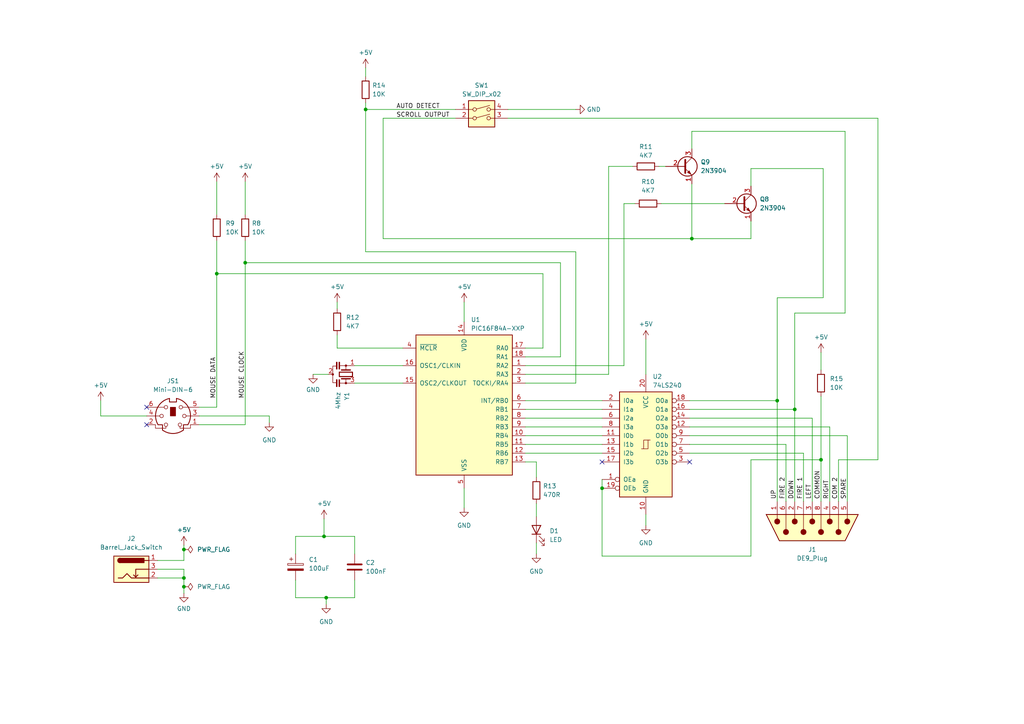
<source format=kicad_sch>
(kicad_sch (version 20230121) (generator eeschema)

  (uuid 831eaaf4-8822-441c-9eb0-df108d496f87)

  (paper "A4")

  (title_block
    (title "Bryce's Amstrad CPC PS2 Mouse Adapter")
    (date "2024-08-03")
    (rev "1.0 DRAFT")
    (comment 2 "This re-drawn version has been built and tested.")
    (comment 3 "See https://www.cpcwiki.eu/index.php?title=PS2Mouse&mobileaction=toggle_view_desktop")
    (comment 4 "This is a re-drawn version of Bryce's Amstrad CPC PS2 Adapter.")
  )

  (lib_symbols
    (symbol "74xx:74LS240" (pin_names (offset 1.016)) (in_bom yes) (on_board yes)
      (property "Reference" "U" (at -7.62 16.51 0)
        (effects (font (size 1.27 1.27)))
      )
      (property "Value" "74LS240" (at -7.62 -16.51 0)
        (effects (font (size 1.27 1.27)))
      )
      (property "Footprint" "" (at 0 0 0)
        (effects (font (size 1.27 1.27)) hide)
      )
      (property "Datasheet" "http://www.ti.com/lit/ds/symlink/sn74ls240.pdf" (at 0 0 0)
        (effects (font (size 1.27 1.27)) hide)
      )
      (property "ki_keywords" "7400 logic ttl low power schottky" (at 0 0 0)
        (effects (font (size 1.27 1.27)) hide)
      )
      (property "ki_description" "Octal Buffer and Line Driver With 3-State Output, active-low enables, inverting outputs" (at 0 0 0)
        (effects (font (size 1.27 1.27)) hide)
      )
      (property "ki_fp_filters" "DIP?20*" (at 0 0 0)
        (effects (font (size 1.27 1.27)) hide)
      )
      (symbol "74LS240_1_0"
        (polyline
          (pts
            (xy -0.635 -1.27)
            (xy -0.635 1.27)
            (xy 0.635 1.27)
          )
          (stroke (width 0) (type default))
          (fill (type none))
        )
        (polyline
          (pts
            (xy -1.27 -1.27)
            (xy 0.635 -1.27)
            (xy 0.635 1.27)
            (xy 1.27 1.27)
          )
          (stroke (width 0) (type default))
          (fill (type none))
        )
        (pin input inverted (at -12.7 -10.16 0) (length 5.08)
          (name "OEa" (effects (font (size 1.27 1.27))))
          (number "1" (effects (font (size 1.27 1.27))))
        )
        (pin power_in line (at 0 -20.32 90) (length 5.08)
          (name "GND" (effects (font (size 1.27 1.27))))
          (number "10" (effects (font (size 1.27 1.27))))
        )
        (pin input line (at -12.7 2.54 0) (length 5.08)
          (name "I0b" (effects (font (size 1.27 1.27))))
          (number "11" (effects (font (size 1.27 1.27))))
        )
        (pin tri_state inverted (at 12.7 5.08 180) (length 5.08)
          (name "O3a" (effects (font (size 1.27 1.27))))
          (number "12" (effects (font (size 1.27 1.27))))
        )
        (pin input line (at -12.7 0 0) (length 5.08)
          (name "I1b" (effects (font (size 1.27 1.27))))
          (number "13" (effects (font (size 1.27 1.27))))
        )
        (pin tri_state inverted (at 12.7 7.62 180) (length 5.08)
          (name "O2a" (effects (font (size 1.27 1.27))))
          (number "14" (effects (font (size 1.27 1.27))))
        )
        (pin input line (at -12.7 -2.54 0) (length 5.08)
          (name "I2b" (effects (font (size 1.27 1.27))))
          (number "15" (effects (font (size 1.27 1.27))))
        )
        (pin tri_state inverted (at 12.7 10.16 180) (length 5.08)
          (name "O1a" (effects (font (size 1.27 1.27))))
          (number "16" (effects (font (size 1.27 1.27))))
        )
        (pin input line (at -12.7 -5.08 0) (length 5.08)
          (name "I3b" (effects (font (size 1.27 1.27))))
          (number "17" (effects (font (size 1.27 1.27))))
        )
        (pin tri_state inverted (at 12.7 12.7 180) (length 5.08)
          (name "O0a" (effects (font (size 1.27 1.27))))
          (number "18" (effects (font (size 1.27 1.27))))
        )
        (pin input inverted (at -12.7 -12.7 0) (length 5.08)
          (name "OEb" (effects (font (size 1.27 1.27))))
          (number "19" (effects (font (size 1.27 1.27))))
        )
        (pin input line (at -12.7 12.7 0) (length 5.08)
          (name "I0a" (effects (font (size 1.27 1.27))))
          (number "2" (effects (font (size 1.27 1.27))))
        )
        (pin power_in line (at 0 20.32 270) (length 5.08)
          (name "VCC" (effects (font (size 1.27 1.27))))
          (number "20" (effects (font (size 1.27 1.27))))
        )
        (pin tri_state inverted (at 12.7 -5.08 180) (length 5.08)
          (name "O3b" (effects (font (size 1.27 1.27))))
          (number "3" (effects (font (size 1.27 1.27))))
        )
        (pin input line (at -12.7 10.16 0) (length 5.08)
          (name "I1a" (effects (font (size 1.27 1.27))))
          (number "4" (effects (font (size 1.27 1.27))))
        )
        (pin tri_state inverted (at 12.7 -2.54 180) (length 5.08)
          (name "O2b" (effects (font (size 1.27 1.27))))
          (number "5" (effects (font (size 1.27 1.27))))
        )
        (pin input line (at -12.7 7.62 0) (length 5.08)
          (name "I2a" (effects (font (size 1.27 1.27))))
          (number "6" (effects (font (size 1.27 1.27))))
        )
        (pin tri_state inverted (at 12.7 0 180) (length 5.08)
          (name "O1b" (effects (font (size 1.27 1.27))))
          (number "7" (effects (font (size 1.27 1.27))))
        )
        (pin input line (at -12.7 5.08 0) (length 5.08)
          (name "I3a" (effects (font (size 1.27 1.27))))
          (number "8" (effects (font (size 1.27 1.27))))
        )
        (pin tri_state inverted (at 12.7 2.54 180) (length 5.08)
          (name "O0b" (effects (font (size 1.27 1.27))))
          (number "9" (effects (font (size 1.27 1.27))))
        )
      )
      (symbol "74LS240_1_1"
        (rectangle (start -7.62 15.24) (end 7.62 -15.24)
          (stroke (width 0.254) (type default))
          (fill (type background))
        )
      )
    )
    (symbol "Connector:Barrel_Jack_Switch" (pin_names hide) (in_bom yes) (on_board yes)
      (property "Reference" "J" (at 0 5.334 0)
        (effects (font (size 1.27 1.27)))
      )
      (property "Value" "Barrel_Jack_Switch" (at 0 -5.08 0)
        (effects (font (size 1.27 1.27)))
      )
      (property "Footprint" "" (at 1.27 -1.016 0)
        (effects (font (size 1.27 1.27)) hide)
      )
      (property "Datasheet" "~" (at 1.27 -1.016 0)
        (effects (font (size 1.27 1.27)) hide)
      )
      (property "ki_keywords" "DC power barrel jack connector" (at 0 0 0)
        (effects (font (size 1.27 1.27)) hide)
      )
      (property "ki_description" "DC Barrel Jack with an internal switch" (at 0 0 0)
        (effects (font (size 1.27 1.27)) hide)
      )
      (property "ki_fp_filters" "BarrelJack*" (at 0 0 0)
        (effects (font (size 1.27 1.27)) hide)
      )
      (symbol "Barrel_Jack_Switch_0_1"
        (rectangle (start -5.08 3.81) (end 5.08 -3.81)
          (stroke (width 0.254) (type default))
          (fill (type background))
        )
        (arc (start -3.302 3.175) (mid -3.9343 2.54) (end -3.302 1.905)
          (stroke (width 0.254) (type default))
          (fill (type none))
        )
        (arc (start -3.302 3.175) (mid -3.9343 2.54) (end -3.302 1.905)
          (stroke (width 0.254) (type default))
          (fill (type outline))
        )
        (polyline
          (pts
            (xy 1.27 -2.286)
            (xy 1.905 -1.651)
          )
          (stroke (width 0.254) (type default))
          (fill (type none))
        )
        (polyline
          (pts
            (xy 5.08 2.54)
            (xy 3.81 2.54)
          )
          (stroke (width 0.254) (type default))
          (fill (type none))
        )
        (polyline
          (pts
            (xy 5.08 0)
            (xy 1.27 0)
            (xy 1.27 -2.286)
            (xy 0.635 -1.651)
          )
          (stroke (width 0.254) (type default))
          (fill (type none))
        )
        (polyline
          (pts
            (xy -3.81 -2.54)
            (xy -2.54 -2.54)
            (xy -1.27 -1.27)
            (xy 0 -2.54)
            (xy 2.54 -2.54)
            (xy 5.08 -2.54)
          )
          (stroke (width 0.254) (type default))
          (fill (type none))
        )
        (rectangle (start 3.683 3.175) (end -3.302 1.905)
          (stroke (width 0.254) (type default))
          (fill (type outline))
        )
      )
      (symbol "Barrel_Jack_Switch_1_1"
        (pin passive line (at 7.62 2.54 180) (length 2.54)
          (name "~" (effects (font (size 1.27 1.27))))
          (number "1" (effects (font (size 1.27 1.27))))
        )
        (pin passive line (at 7.62 -2.54 180) (length 2.54)
          (name "~" (effects (font (size 1.27 1.27))))
          (number "2" (effects (font (size 1.27 1.27))))
        )
        (pin passive line (at 7.62 0 180) (length 2.54)
          (name "~" (effects (font (size 1.27 1.27))))
          (number "3" (effects (font (size 1.27 1.27))))
        )
      )
    )
    (symbol "Connector:DE9_Plug" (pin_names (offset 1.016) hide) (in_bom yes) (on_board yes)
      (property "Reference" "J" (at 0 13.97 0)
        (effects (font (size 1.27 1.27)))
      )
      (property "Value" "DE9_Plug" (at 0 -14.605 0)
        (effects (font (size 1.27 1.27)))
      )
      (property "Footprint" "" (at 0 0 0)
        (effects (font (size 1.27 1.27)) hide)
      )
      (property "Datasheet" " ~" (at 0 0 0)
        (effects (font (size 1.27 1.27)) hide)
      )
      (property "ki_keywords" "connector male plug D-SUB DB9" (at 0 0 0)
        (effects (font (size 1.27 1.27)) hide)
      )
      (property "ki_description" "9-pin male plug pin D-SUB connector" (at 0 0 0)
        (effects (font (size 1.27 1.27)) hide)
      )
      (property "ki_fp_filters" "DSUB*Male*" (at 0 0 0)
        (effects (font (size 1.27 1.27)) hide)
      )
      (symbol "DE9_Plug_0_1"
        (circle (center -1.778 -10.16) (radius 0.762)
          (stroke (width 0) (type default))
          (fill (type outline))
        )
        (circle (center -1.778 -5.08) (radius 0.762)
          (stroke (width 0) (type default))
          (fill (type outline))
        )
        (circle (center -1.778 0) (radius 0.762)
          (stroke (width 0) (type default))
          (fill (type outline))
        )
        (circle (center -1.778 5.08) (radius 0.762)
          (stroke (width 0) (type default))
          (fill (type outline))
        )
        (circle (center -1.778 10.16) (radius 0.762)
          (stroke (width 0) (type default))
          (fill (type outline))
        )
        (polyline
          (pts
            (xy -3.81 -10.16)
            (xy -2.54 -10.16)
          )
          (stroke (width 0) (type default))
          (fill (type none))
        )
        (polyline
          (pts
            (xy -3.81 -7.62)
            (xy 0.508 -7.62)
          )
          (stroke (width 0) (type default))
          (fill (type none))
        )
        (polyline
          (pts
            (xy -3.81 -5.08)
            (xy -2.54 -5.08)
          )
          (stroke (width 0) (type default))
          (fill (type none))
        )
        (polyline
          (pts
            (xy -3.81 -2.54)
            (xy 0.508 -2.54)
          )
          (stroke (width 0) (type default))
          (fill (type none))
        )
        (polyline
          (pts
            (xy -3.81 0)
            (xy -2.54 0)
          )
          (stroke (width 0) (type default))
          (fill (type none))
        )
        (polyline
          (pts
            (xy -3.81 2.54)
            (xy 0.508 2.54)
          )
          (stroke (width 0) (type default))
          (fill (type none))
        )
        (polyline
          (pts
            (xy -3.81 5.08)
            (xy -2.54 5.08)
          )
          (stroke (width 0) (type default))
          (fill (type none))
        )
        (polyline
          (pts
            (xy -3.81 7.62)
            (xy 0.508 7.62)
          )
          (stroke (width 0) (type default))
          (fill (type none))
        )
        (polyline
          (pts
            (xy -3.81 10.16)
            (xy -2.54 10.16)
          )
          (stroke (width 0) (type default))
          (fill (type none))
        )
        (polyline
          (pts
            (xy -3.81 -13.335)
            (xy -3.81 13.335)
            (xy 3.81 9.525)
            (xy 3.81 -9.525)
            (xy -3.81 -13.335)
          )
          (stroke (width 0.254) (type default))
          (fill (type background))
        )
        (circle (center 1.27 -7.62) (radius 0.762)
          (stroke (width 0) (type default))
          (fill (type outline))
        )
        (circle (center 1.27 -2.54) (radius 0.762)
          (stroke (width 0) (type default))
          (fill (type outline))
        )
        (circle (center 1.27 2.54) (radius 0.762)
          (stroke (width 0) (type default))
          (fill (type outline))
        )
        (circle (center 1.27 7.62) (radius 0.762)
          (stroke (width 0) (type default))
          (fill (type outline))
        )
      )
      (symbol "DE9_Plug_1_1"
        (pin passive line (at -7.62 -10.16 0) (length 3.81)
          (name "1" (effects (font (size 1.27 1.27))))
          (number "1" (effects (font (size 1.27 1.27))))
        )
        (pin passive line (at -7.62 -5.08 0) (length 3.81)
          (name "2" (effects (font (size 1.27 1.27))))
          (number "2" (effects (font (size 1.27 1.27))))
        )
        (pin passive line (at -7.62 0 0) (length 3.81)
          (name "3" (effects (font (size 1.27 1.27))))
          (number "3" (effects (font (size 1.27 1.27))))
        )
        (pin passive line (at -7.62 5.08 0) (length 3.81)
          (name "4" (effects (font (size 1.27 1.27))))
          (number "4" (effects (font (size 1.27 1.27))))
        )
        (pin passive line (at -7.62 10.16 0) (length 3.81)
          (name "5" (effects (font (size 1.27 1.27))))
          (number "5" (effects (font (size 1.27 1.27))))
        )
        (pin passive line (at -7.62 -7.62 0) (length 3.81)
          (name "6" (effects (font (size 1.27 1.27))))
          (number "6" (effects (font (size 1.27 1.27))))
        )
        (pin passive line (at -7.62 -2.54 0) (length 3.81)
          (name "7" (effects (font (size 1.27 1.27))))
          (number "7" (effects (font (size 1.27 1.27))))
        )
        (pin passive line (at -7.62 2.54 0) (length 3.81)
          (name "8" (effects (font (size 1.27 1.27))))
          (number "8" (effects (font (size 1.27 1.27))))
        )
        (pin passive line (at -7.62 7.62 0) (length 3.81)
          (name "9" (effects (font (size 1.27 1.27))))
          (number "9" (effects (font (size 1.27 1.27))))
        )
      )
    )
    (symbol "Connector:Mini-DIN-6" (pin_names (offset 1.016)) (in_bom yes) (on_board yes)
      (property "Reference" "J" (at 0 6.35 0)
        (effects (font (size 1.27 1.27)))
      )
      (property "Value" "Mini-DIN-6" (at 0 -6.35 0)
        (effects (font (size 1.27 1.27)))
      )
      (property "Footprint" "" (at 0 0 0)
        (effects (font (size 1.27 1.27)) hide)
      )
      (property "Datasheet" "http://service.powerdynamics.com/ec/Catalog17/Section%2011.pdf" (at 0 0 0)
        (effects (font (size 1.27 1.27)) hide)
      )
      (property "ki_keywords" "Mini-DIN" (at 0 0 0)
        (effects (font (size 1.27 1.27)) hide)
      )
      (property "ki_description" "6-pin Mini-DIN connector" (at 0 0 0)
        (effects (font (size 1.27 1.27)) hide)
      )
      (property "ki_fp_filters" "MINI?DIN*" (at 0 0 0)
        (effects (font (size 1.27 1.27)) hide)
      )
      (symbol "Mini-DIN-6_0_1"
        (circle (center -3.302 0) (radius 0.508)
          (stroke (width 0) (type default))
          (fill (type none))
        )
        (arc (start -3.048 -4.064) (mid 0 -5.08) (end 3.048 -4.064)
          (stroke (width 0.254) (type default))
          (fill (type none))
        )
        (circle (center -2.032 -2.54) (radius 0.508)
          (stroke (width 0) (type default))
          (fill (type none))
        )
        (circle (center -2.032 2.54) (radius 0.508)
          (stroke (width 0) (type default))
          (fill (type none))
        )
        (arc (start -1.016 5.08) (mid -4.6228 2.1214) (end -4.318 -2.54)
          (stroke (width 0.254) (type default))
          (fill (type none))
        )
        (rectangle (start -0.762 2.54) (end 0.762 0)
          (stroke (width 0) (type default))
          (fill (type outline))
        )
        (polyline
          (pts
            (xy -3.81 0)
            (xy -5.08 0)
          )
          (stroke (width 0) (type default))
          (fill (type none))
        )
        (polyline
          (pts
            (xy -2.54 2.54)
            (xy -5.08 2.54)
          )
          (stroke (width 0) (type default))
          (fill (type none))
        )
        (polyline
          (pts
            (xy 2.794 2.54)
            (xy 5.08 2.54)
          )
          (stroke (width 0) (type default))
          (fill (type none))
        )
        (polyline
          (pts
            (xy 5.08 0)
            (xy 3.81 0)
          )
          (stroke (width 0) (type default))
          (fill (type none))
        )
        (polyline
          (pts
            (xy -4.318 -2.54)
            (xy -3.048 -2.54)
            (xy -3.048 -4.064)
          )
          (stroke (width 0.254) (type default))
          (fill (type none))
        )
        (polyline
          (pts
            (xy 4.318 -2.54)
            (xy 3.048 -2.54)
            (xy 3.048 -4.064)
          )
          (stroke (width 0.254) (type default))
          (fill (type none))
        )
        (polyline
          (pts
            (xy -2.032 -3.048)
            (xy -2.032 -3.556)
            (xy -5.08 -3.556)
            (xy -5.08 -2.54)
          )
          (stroke (width 0) (type default))
          (fill (type none))
        )
        (polyline
          (pts
            (xy -1.016 5.08)
            (xy -1.016 4.064)
            (xy 1.016 4.064)
            (xy 1.016 5.08)
          )
          (stroke (width 0.254) (type default))
          (fill (type none))
        )
        (polyline
          (pts
            (xy 2.032 -3.048)
            (xy 2.032 -3.556)
            (xy 5.08 -3.556)
            (xy 5.08 -2.54)
          )
          (stroke (width 0) (type default))
          (fill (type none))
        )
        (circle (center 2.032 -2.54) (radius 0.508)
          (stroke (width 0) (type default))
          (fill (type none))
        )
        (circle (center 2.286 2.54) (radius 0.508)
          (stroke (width 0) (type default))
          (fill (type none))
        )
        (circle (center 3.302 0) (radius 0.508)
          (stroke (width 0) (type default))
          (fill (type none))
        )
        (arc (start 4.318 -2.54) (mid 4.6661 2.1322) (end 1.016 5.08)
          (stroke (width 0.254) (type default))
          (fill (type none))
        )
      )
      (symbol "Mini-DIN-6_1_1"
        (pin passive line (at 7.62 -2.54 180) (length 2.54)
          (name "~" (effects (font (size 1.27 1.27))))
          (number "1" (effects (font (size 1.27 1.27))))
        )
        (pin passive line (at -7.62 -2.54 0) (length 2.54)
          (name "~" (effects (font (size 1.27 1.27))))
          (number "2" (effects (font (size 1.27 1.27))))
        )
        (pin passive line (at 7.62 0 180) (length 2.54)
          (name "~" (effects (font (size 1.27 1.27))))
          (number "3" (effects (font (size 1.27 1.27))))
        )
        (pin passive line (at -7.62 0 0) (length 2.54)
          (name "~" (effects (font (size 1.27 1.27))))
          (number "4" (effects (font (size 1.27 1.27))))
        )
        (pin passive line (at 7.62 2.54 180) (length 2.54)
          (name "~" (effects (font (size 1.27 1.27))))
          (number "5" (effects (font (size 1.27 1.27))))
        )
        (pin passive line (at -7.62 2.54 0) (length 2.54)
          (name "~" (effects (font (size 1.27 1.27))))
          (number "6" (effects (font (size 1.27 1.27))))
        )
      )
    )
    (symbol "Device:C" (pin_numbers hide) (pin_names (offset 0.254)) (in_bom yes) (on_board yes)
      (property "Reference" "C" (at 0.635 2.54 0)
        (effects (font (size 1.27 1.27)) (justify left))
      )
      (property "Value" "C" (at 0.635 -2.54 0)
        (effects (font (size 1.27 1.27)) (justify left))
      )
      (property "Footprint" "" (at 0.9652 -3.81 0)
        (effects (font (size 1.27 1.27)) hide)
      )
      (property "Datasheet" "~" (at 0 0 0)
        (effects (font (size 1.27 1.27)) hide)
      )
      (property "ki_keywords" "cap capacitor" (at 0 0 0)
        (effects (font (size 1.27 1.27)) hide)
      )
      (property "ki_description" "Unpolarized capacitor" (at 0 0 0)
        (effects (font (size 1.27 1.27)) hide)
      )
      (property "ki_fp_filters" "C_*" (at 0 0 0)
        (effects (font (size 1.27 1.27)) hide)
      )
      (symbol "C_0_1"
        (polyline
          (pts
            (xy -2.032 -0.762)
            (xy 2.032 -0.762)
          )
          (stroke (width 0.508) (type default))
          (fill (type none))
        )
        (polyline
          (pts
            (xy -2.032 0.762)
            (xy 2.032 0.762)
          )
          (stroke (width 0.508) (type default))
          (fill (type none))
        )
      )
      (symbol "C_1_1"
        (pin passive line (at 0 3.81 270) (length 2.794)
          (name "~" (effects (font (size 1.27 1.27))))
          (number "1" (effects (font (size 1.27 1.27))))
        )
        (pin passive line (at 0 -3.81 90) (length 2.794)
          (name "~" (effects (font (size 1.27 1.27))))
          (number "2" (effects (font (size 1.27 1.27))))
        )
      )
    )
    (symbol "Device:C_Polarized" (pin_numbers hide) (pin_names (offset 0.254)) (in_bom yes) (on_board yes)
      (property "Reference" "C" (at 0.635 2.54 0)
        (effects (font (size 1.27 1.27)) (justify left))
      )
      (property "Value" "C_Polarized" (at 0.635 -2.54 0)
        (effects (font (size 1.27 1.27)) (justify left))
      )
      (property "Footprint" "" (at 0.9652 -3.81 0)
        (effects (font (size 1.27 1.27)) hide)
      )
      (property "Datasheet" "~" (at 0 0 0)
        (effects (font (size 1.27 1.27)) hide)
      )
      (property "ki_keywords" "cap capacitor" (at 0 0 0)
        (effects (font (size 1.27 1.27)) hide)
      )
      (property "ki_description" "Polarized capacitor" (at 0 0 0)
        (effects (font (size 1.27 1.27)) hide)
      )
      (property "ki_fp_filters" "CP_*" (at 0 0 0)
        (effects (font (size 1.27 1.27)) hide)
      )
      (symbol "C_Polarized_0_1"
        (rectangle (start -2.286 0.508) (end 2.286 1.016)
          (stroke (width 0) (type default))
          (fill (type none))
        )
        (polyline
          (pts
            (xy -1.778 2.286)
            (xy -0.762 2.286)
          )
          (stroke (width 0) (type default))
          (fill (type none))
        )
        (polyline
          (pts
            (xy -1.27 2.794)
            (xy -1.27 1.778)
          )
          (stroke (width 0) (type default))
          (fill (type none))
        )
        (rectangle (start 2.286 -0.508) (end -2.286 -1.016)
          (stroke (width 0) (type default))
          (fill (type outline))
        )
      )
      (symbol "C_Polarized_1_1"
        (pin passive line (at 0 3.81 270) (length 2.794)
          (name "~" (effects (font (size 1.27 1.27))))
          (number "1" (effects (font (size 1.27 1.27))))
        )
        (pin passive line (at 0 -3.81 90) (length 2.794)
          (name "~" (effects (font (size 1.27 1.27))))
          (number "2" (effects (font (size 1.27 1.27))))
        )
      )
    )
    (symbol "Device:LED" (pin_numbers hide) (pin_names (offset 1.016) hide) (in_bom yes) (on_board yes)
      (property "Reference" "D" (at 0 2.54 0)
        (effects (font (size 1.27 1.27)))
      )
      (property "Value" "LED" (at 0 -2.54 0)
        (effects (font (size 1.27 1.27)))
      )
      (property "Footprint" "" (at 0 0 0)
        (effects (font (size 1.27 1.27)) hide)
      )
      (property "Datasheet" "~" (at 0 0 0)
        (effects (font (size 1.27 1.27)) hide)
      )
      (property "ki_keywords" "LED diode" (at 0 0 0)
        (effects (font (size 1.27 1.27)) hide)
      )
      (property "ki_description" "Light emitting diode" (at 0 0 0)
        (effects (font (size 1.27 1.27)) hide)
      )
      (property "ki_fp_filters" "LED* LED_SMD:* LED_THT:*" (at 0 0 0)
        (effects (font (size 1.27 1.27)) hide)
      )
      (symbol "LED_0_1"
        (polyline
          (pts
            (xy -1.27 -1.27)
            (xy -1.27 1.27)
          )
          (stroke (width 0.254) (type default))
          (fill (type none))
        )
        (polyline
          (pts
            (xy -1.27 0)
            (xy 1.27 0)
          )
          (stroke (width 0) (type default))
          (fill (type none))
        )
        (polyline
          (pts
            (xy 1.27 -1.27)
            (xy 1.27 1.27)
            (xy -1.27 0)
            (xy 1.27 -1.27)
          )
          (stroke (width 0.254) (type default))
          (fill (type none))
        )
        (polyline
          (pts
            (xy -3.048 -0.762)
            (xy -4.572 -2.286)
            (xy -3.81 -2.286)
            (xy -4.572 -2.286)
            (xy -4.572 -1.524)
          )
          (stroke (width 0) (type default))
          (fill (type none))
        )
        (polyline
          (pts
            (xy -1.778 -0.762)
            (xy -3.302 -2.286)
            (xy -2.54 -2.286)
            (xy -3.302 -2.286)
            (xy -3.302 -1.524)
          )
          (stroke (width 0) (type default))
          (fill (type none))
        )
      )
      (symbol "LED_1_1"
        (pin passive line (at -3.81 0 0) (length 2.54)
          (name "K" (effects (font (size 1.27 1.27))))
          (number "1" (effects (font (size 1.27 1.27))))
        )
        (pin passive line (at 3.81 0 180) (length 2.54)
          (name "A" (effects (font (size 1.27 1.27))))
          (number "2" (effects (font (size 1.27 1.27))))
        )
      )
    )
    (symbol "Device:R" (pin_numbers hide) (pin_names (offset 0)) (in_bom yes) (on_board yes)
      (property "Reference" "R" (at 2.032 0 90)
        (effects (font (size 1.27 1.27)))
      )
      (property "Value" "R" (at 0 0 90)
        (effects (font (size 1.27 1.27)))
      )
      (property "Footprint" "" (at -1.778 0 90)
        (effects (font (size 1.27 1.27)) hide)
      )
      (property "Datasheet" "~" (at 0 0 0)
        (effects (font (size 1.27 1.27)) hide)
      )
      (property "ki_keywords" "R res resistor" (at 0 0 0)
        (effects (font (size 1.27 1.27)) hide)
      )
      (property "ki_description" "Resistor" (at 0 0 0)
        (effects (font (size 1.27 1.27)) hide)
      )
      (property "ki_fp_filters" "R_*" (at 0 0 0)
        (effects (font (size 1.27 1.27)) hide)
      )
      (symbol "R_0_1"
        (rectangle (start -1.016 -2.54) (end 1.016 2.54)
          (stroke (width 0.254) (type default))
          (fill (type none))
        )
      )
      (symbol "R_1_1"
        (pin passive line (at 0 3.81 270) (length 1.27)
          (name "~" (effects (font (size 1.27 1.27))))
          (number "1" (effects (font (size 1.27 1.27))))
        )
        (pin passive line (at 0 -3.81 90) (length 1.27)
          (name "~" (effects (font (size 1.27 1.27))))
          (number "2" (effects (font (size 1.27 1.27))))
        )
      )
    )
    (symbol "Device:Resonator_Small" (pin_names (offset 1.016) hide) (in_bom yes) (on_board yes)
      (property "Reference" "Y" (at 3.175 1.905 0)
        (effects (font (size 1.27 1.27)) (justify left))
      )
      (property "Value" "Resonator_Small" (at 3.175 0 0)
        (effects (font (size 1.27 1.27)) (justify left))
      )
      (property "Footprint" "" (at -0.635 0 0)
        (effects (font (size 1.27 1.27)) hide)
      )
      (property "Datasheet" "~" (at -0.635 0 0)
        (effects (font (size 1.27 1.27)) hide)
      )
      (property "ki_keywords" "ceramic resonator" (at 0 0 0)
        (effects (font (size 1.27 1.27)) hide)
      )
      (property "ki_description" "Three pin ceramic resonator, small symbol" (at 0 0 0)
        (effects (font (size 1.27 1.27)) hide)
      )
      (property "ki_fp_filters" "Filter* Resonator*" (at 0 0 0)
        (effects (font (size 1.27 1.27)) hide)
      )
      (symbol "Resonator_Small_0_1"
        (rectangle (start -3.556 -2.54) (end -1.524 -2.794)
          (stroke (width 0) (type default))
          (fill (type outline))
        )
        (rectangle (start -3.556 -1.778) (end -1.524 -2.032)
          (stroke (width 0) (type default))
          (fill (type outline))
        )
        (circle (center -2.54 0) (radius 0.254)
          (stroke (width 0) (type default))
          (fill (type outline))
        )
        (rectangle (start -0.635 1.905) (end 0.635 -1.905)
          (stroke (width 0.3048) (type default))
          (fill (type none))
        )
        (circle (center 0 -3.81) (radius 0.254)
          (stroke (width 0) (type default))
          (fill (type outline))
        )
        (polyline
          (pts
            (xy -2.54 -1.778)
            (xy -2.54 0)
          )
          (stroke (width 0) (type default))
          (fill (type none))
        )
        (polyline
          (pts
            (xy -2.54 0)
            (xy -1.397 0)
          )
          (stroke (width 0) (type default))
          (fill (type none))
        )
        (polyline
          (pts
            (xy -2.54 1.27)
            (xy -2.54 0)
          )
          (stroke (width 0) (type default))
          (fill (type none))
        )
        (polyline
          (pts
            (xy -1.27 -1.27)
            (xy -1.27 1.27)
          )
          (stroke (width 0.381) (type default))
          (fill (type none))
        )
        (polyline
          (pts
            (xy 1.27 -1.27)
            (xy 1.27 1.27)
          )
          (stroke (width 0.381) (type default))
          (fill (type none))
        )
        (polyline
          (pts
            (xy 1.27 0)
            (xy 2.54 0)
          )
          (stroke (width 0) (type default))
          (fill (type none))
        )
        (polyline
          (pts
            (xy 2.54 0)
            (xy 2.54 -1.778)
          )
          (stroke (width 0) (type default))
          (fill (type none))
        )
        (polyline
          (pts
            (xy 2.54 1.27)
            (xy 2.54 0)
          )
          (stroke (width 0) (type default))
          (fill (type none))
        )
        (polyline
          (pts
            (xy 2.413 -2.794)
            (xy 2.413 -3.81)
            (xy -2.413 -3.81)
            (xy -2.413 -2.667)
          )
          (stroke (width 0) (type default))
          (fill (type none))
        )
        (rectangle (start 1.524 -2.54) (end 3.556 -2.794)
          (stroke (width 0) (type default))
          (fill (type outline))
        )
        (rectangle (start 1.524 -1.778) (end 3.556 -2.032)
          (stroke (width 0) (type default))
          (fill (type outline))
        )
        (circle (center 2.54 0) (radius 0.254)
          (stroke (width 0) (type default))
          (fill (type outline))
        )
      )
      (symbol "Resonator_Small_1_1"
        (pin passive line (at -2.54 2.54 270) (length 1.27)
          (name "1" (effects (font (size 1.27 1.27))))
          (number "1" (effects (font (size 1.27 1.27))))
        )
        (pin passive line (at 0 -5.08 90) (length 1.27)
          (name "2" (effects (font (size 1.27 1.27))))
          (number "2" (effects (font (size 1.27 1.27))))
        )
        (pin passive line (at 2.54 2.54 270) (length 1.27)
          (name "3" (effects (font (size 1.27 1.27))))
          (number "3" (effects (font (size 1.27 1.27))))
        )
      )
    )
    (symbol "MCU_Microchip_PIC16:PIC16F84A-XXP" (pin_names (offset 1.016)) (in_bom yes) (on_board yes)
      (property "Reference" "U" (at 2.54 22.86 0)
        (effects (font (size 1.27 1.27)) (justify left))
      )
      (property "Value" "PIC16F84A-XXP" (at 2.54 20.32 0)
        (effects (font (size 1.27 1.27)) (justify left))
      )
      (property "Footprint" "" (at 0 0 0)
        (effects (font (size 1.27 1.27) italic) hide)
      )
      (property "Datasheet" "http://ww1.microchip.com/downloads/en/devicedoc/35007b.pdf" (at 0 0 0)
        (effects (font (size 1.27 1.27)) hide)
      )
      (property "ki_keywords" "Flash-Based 8-Bit Microcontroller" (at 0 0 0)
        (effects (font (size 1.27 1.27)) hide)
      )
      (property "ki_description" "PIC16F84A, 1K Flash, 68B SRAM, 64B EEPROM, DIP18" (at 0 0 0)
        (effects (font (size 1.27 1.27)) hide)
      )
      (property "ki_fp_filters" "DIP* PDIP*" (at 0 0 0)
        (effects (font (size 1.27 1.27)) hide)
      )
      (symbol "PIC16F84A-XXP_0_1"
        (rectangle (start -13.97 19.05) (end 13.97 -21.59)
          (stroke (width 0.254) (type default))
          (fill (type background))
        )
      )
      (symbol "PIC16F84A-XXP_1_1"
        (pin bidirectional line (at 17.78 10.16 180) (length 3.81)
          (name "RA2" (effects (font (size 1.27 1.27))))
          (number "1" (effects (font (size 1.27 1.27))))
        )
        (pin bidirectional line (at 17.78 -10.16 180) (length 3.81)
          (name "RB4" (effects (font (size 1.27 1.27))))
          (number "10" (effects (font (size 1.27 1.27))))
        )
        (pin bidirectional line (at 17.78 -12.7 180) (length 3.81)
          (name "RB5" (effects (font (size 1.27 1.27))))
          (number "11" (effects (font (size 1.27 1.27))))
        )
        (pin bidirectional line (at 17.78 -15.24 180) (length 3.81)
          (name "RB6" (effects (font (size 1.27 1.27))))
          (number "12" (effects (font (size 1.27 1.27))))
        )
        (pin bidirectional line (at 17.78 -17.78 180) (length 3.81)
          (name "RB7" (effects (font (size 1.27 1.27))))
          (number "13" (effects (font (size 1.27 1.27))))
        )
        (pin power_in line (at 0 22.86 270) (length 3.81)
          (name "VDD" (effects (font (size 1.27 1.27))))
          (number "14" (effects (font (size 1.27 1.27))))
        )
        (pin output line (at -17.78 5.08 0) (length 3.81)
          (name "OSC2/CLKOUT" (effects (font (size 1.27 1.27))))
          (number "15" (effects (font (size 1.27 1.27))))
        )
        (pin input line (at -17.78 10.16 0) (length 3.81)
          (name "OSC1/CLKIN" (effects (font (size 1.27 1.27))))
          (number "16" (effects (font (size 1.27 1.27))))
        )
        (pin bidirectional line (at 17.78 15.24 180) (length 3.81)
          (name "RA0" (effects (font (size 1.27 1.27))))
          (number "17" (effects (font (size 1.27 1.27))))
        )
        (pin bidirectional line (at 17.78 12.7 180) (length 3.81)
          (name "RA1" (effects (font (size 1.27 1.27))))
          (number "18" (effects (font (size 1.27 1.27))))
        )
        (pin bidirectional line (at 17.78 7.62 180) (length 3.81)
          (name "RA3" (effects (font (size 1.27 1.27))))
          (number "2" (effects (font (size 1.27 1.27))))
        )
        (pin bidirectional line (at 17.78 5.08 180) (length 3.81)
          (name "TOCKI/RA4" (effects (font (size 1.27 1.27))))
          (number "3" (effects (font (size 1.27 1.27))))
        )
        (pin input line (at -17.78 15.24 0) (length 3.81)
          (name "~{MCLR}" (effects (font (size 1.27 1.27))))
          (number "4" (effects (font (size 1.27 1.27))))
        )
        (pin power_in line (at 0 -25.4 90) (length 3.81)
          (name "VSS" (effects (font (size 1.27 1.27))))
          (number "5" (effects (font (size 1.27 1.27))))
        )
        (pin bidirectional line (at 17.78 0 180) (length 3.81)
          (name "INT/RB0" (effects (font (size 1.27 1.27))))
          (number "6" (effects (font (size 1.27 1.27))))
        )
        (pin bidirectional line (at 17.78 -2.54 180) (length 3.81)
          (name "RB1" (effects (font (size 1.27 1.27))))
          (number "7" (effects (font (size 1.27 1.27))))
        )
        (pin bidirectional line (at 17.78 -5.08 180) (length 3.81)
          (name "RB2" (effects (font (size 1.27 1.27))))
          (number "8" (effects (font (size 1.27 1.27))))
        )
        (pin bidirectional line (at 17.78 -7.62 180) (length 3.81)
          (name "RB3" (effects (font (size 1.27 1.27))))
          (number "9" (effects (font (size 1.27 1.27))))
        )
      )
    )
    (symbol "Switch:SW_DIP_x02" (pin_names (offset 0) hide) (in_bom yes) (on_board yes)
      (property "Reference" "SW" (at 0 6.35 0)
        (effects (font (size 1.27 1.27)))
      )
      (property "Value" "SW_DIP_x02" (at 0 -3.81 0)
        (effects (font (size 1.27 1.27)))
      )
      (property "Footprint" "" (at 0 0 0)
        (effects (font (size 1.27 1.27)) hide)
      )
      (property "Datasheet" "~" (at 0 0 0)
        (effects (font (size 1.27 1.27)) hide)
      )
      (property "ki_keywords" "dip switch" (at 0 0 0)
        (effects (font (size 1.27 1.27)) hide)
      )
      (property "ki_description" "2x DIP Switch, Single Pole Single Throw (SPST) switch, small symbol" (at 0 0 0)
        (effects (font (size 1.27 1.27)) hide)
      )
      (property "ki_fp_filters" "SW?DIP?x2*" (at 0 0 0)
        (effects (font (size 1.27 1.27)) hide)
      )
      (symbol "SW_DIP_x02_0_0"
        (circle (center -2.032 0) (radius 0.508)
          (stroke (width 0) (type default))
          (fill (type none))
        )
        (circle (center -2.032 2.54) (radius 0.508)
          (stroke (width 0) (type default))
          (fill (type none))
        )
        (polyline
          (pts
            (xy -1.524 0.127)
            (xy 2.3622 1.1684)
          )
          (stroke (width 0) (type default))
          (fill (type none))
        )
        (polyline
          (pts
            (xy -1.524 2.667)
            (xy 2.3622 3.7084)
          )
          (stroke (width 0) (type default))
          (fill (type none))
        )
        (circle (center 2.032 0) (radius 0.508)
          (stroke (width 0) (type default))
          (fill (type none))
        )
        (circle (center 2.032 2.54) (radius 0.508)
          (stroke (width 0) (type default))
          (fill (type none))
        )
      )
      (symbol "SW_DIP_x02_0_1"
        (rectangle (start -3.81 5.08) (end 3.81 -2.54)
          (stroke (width 0.254) (type default))
          (fill (type background))
        )
      )
      (symbol "SW_DIP_x02_1_1"
        (pin passive line (at -7.62 2.54 0) (length 5.08)
          (name "~" (effects (font (size 1.27 1.27))))
          (number "1" (effects (font (size 1.27 1.27))))
        )
        (pin passive line (at -7.62 0 0) (length 5.08)
          (name "~" (effects (font (size 1.27 1.27))))
          (number "2" (effects (font (size 1.27 1.27))))
        )
        (pin passive line (at 7.62 0 180) (length 5.08)
          (name "~" (effects (font (size 1.27 1.27))))
          (number "3" (effects (font (size 1.27 1.27))))
        )
        (pin passive line (at 7.62 2.54 180) (length 5.08)
          (name "~" (effects (font (size 1.27 1.27))))
          (number "4" (effects (font (size 1.27 1.27))))
        )
      )
    )
    (symbol "Transistor_BJT:2N3904" (pin_names (offset 0) hide) (in_bom yes) (on_board yes)
      (property "Reference" "Q" (at 5.08 1.905 0)
        (effects (font (size 1.27 1.27)) (justify left))
      )
      (property "Value" "2N3904" (at 5.08 0 0)
        (effects (font (size 1.27 1.27)) (justify left))
      )
      (property "Footprint" "Package_TO_SOT_THT:TO-92_Inline" (at 5.08 -1.905 0)
        (effects (font (size 1.27 1.27) italic) (justify left) hide)
      )
      (property "Datasheet" "https://www.onsemi.com/pub/Collateral/2N3903-D.PDF" (at 0 0 0)
        (effects (font (size 1.27 1.27)) (justify left) hide)
      )
      (property "ki_keywords" "NPN Transistor" (at 0 0 0)
        (effects (font (size 1.27 1.27)) hide)
      )
      (property "ki_description" "0.2A Ic, 40V Vce, Small Signal NPN Transistor, TO-92" (at 0 0 0)
        (effects (font (size 1.27 1.27)) hide)
      )
      (property "ki_fp_filters" "TO?92*" (at 0 0 0)
        (effects (font (size 1.27 1.27)) hide)
      )
      (symbol "2N3904_0_1"
        (polyline
          (pts
            (xy 0.635 0.635)
            (xy 2.54 2.54)
          )
          (stroke (width 0) (type default))
          (fill (type none))
        )
        (polyline
          (pts
            (xy 0.635 -0.635)
            (xy 2.54 -2.54)
            (xy 2.54 -2.54)
          )
          (stroke (width 0) (type default))
          (fill (type none))
        )
        (polyline
          (pts
            (xy 0.635 1.905)
            (xy 0.635 -1.905)
            (xy 0.635 -1.905)
          )
          (stroke (width 0.508) (type default))
          (fill (type none))
        )
        (polyline
          (pts
            (xy 1.27 -1.778)
            (xy 1.778 -1.27)
            (xy 2.286 -2.286)
            (xy 1.27 -1.778)
            (xy 1.27 -1.778)
          )
          (stroke (width 0) (type default))
          (fill (type outline))
        )
        (circle (center 1.27 0) (radius 2.8194)
          (stroke (width 0.254) (type default))
          (fill (type none))
        )
      )
      (symbol "2N3904_1_1"
        (pin passive line (at 2.54 -5.08 90) (length 2.54)
          (name "E" (effects (font (size 1.27 1.27))))
          (number "1" (effects (font (size 1.27 1.27))))
        )
        (pin passive line (at -5.08 0 0) (length 5.715)
          (name "B" (effects (font (size 1.27 1.27))))
          (number "2" (effects (font (size 1.27 1.27))))
        )
        (pin passive line (at 2.54 5.08 270) (length 2.54)
          (name "C" (effects (font (size 1.27 1.27))))
          (number "3" (effects (font (size 1.27 1.27))))
        )
      )
    )
    (symbol "power:+5V" (power) (pin_names (offset 0)) (in_bom yes) (on_board yes)
      (property "Reference" "#PWR" (at 0 -3.81 0)
        (effects (font (size 1.27 1.27)) hide)
      )
      (property "Value" "+5V" (at 0 3.556 0)
        (effects (font (size 1.27 1.27)))
      )
      (property "Footprint" "" (at 0 0 0)
        (effects (font (size 1.27 1.27)) hide)
      )
      (property "Datasheet" "" (at 0 0 0)
        (effects (font (size 1.27 1.27)) hide)
      )
      (property "ki_keywords" "global power" (at 0 0 0)
        (effects (font (size 1.27 1.27)) hide)
      )
      (property "ki_description" "Power symbol creates a global label with name \"+5V\"" (at 0 0 0)
        (effects (font (size 1.27 1.27)) hide)
      )
      (symbol "+5V_0_1"
        (polyline
          (pts
            (xy -0.762 1.27)
            (xy 0 2.54)
          )
          (stroke (width 0) (type default))
          (fill (type none))
        )
        (polyline
          (pts
            (xy 0 0)
            (xy 0 2.54)
          )
          (stroke (width 0) (type default))
          (fill (type none))
        )
        (polyline
          (pts
            (xy 0 2.54)
            (xy 0.762 1.27)
          )
          (stroke (width 0) (type default))
          (fill (type none))
        )
      )
      (symbol "+5V_1_1"
        (pin power_in line (at 0 0 90) (length 0) hide
          (name "+5V" (effects (font (size 1.27 1.27))))
          (number "1" (effects (font (size 1.27 1.27))))
        )
      )
    )
    (symbol "power:GND" (power) (pin_names (offset 0)) (in_bom yes) (on_board yes)
      (property "Reference" "#PWR" (at 0 -6.35 0)
        (effects (font (size 1.27 1.27)) hide)
      )
      (property "Value" "GND" (at 0 -3.81 0)
        (effects (font (size 1.27 1.27)))
      )
      (property "Footprint" "" (at 0 0 0)
        (effects (font (size 1.27 1.27)) hide)
      )
      (property "Datasheet" "" (at 0 0 0)
        (effects (font (size 1.27 1.27)) hide)
      )
      (property "ki_keywords" "global power" (at 0 0 0)
        (effects (font (size 1.27 1.27)) hide)
      )
      (property "ki_description" "Power symbol creates a global label with name \"GND\" , ground" (at 0 0 0)
        (effects (font (size 1.27 1.27)) hide)
      )
      (symbol "GND_0_1"
        (polyline
          (pts
            (xy 0 0)
            (xy 0 -1.27)
            (xy 1.27 -1.27)
            (xy 0 -2.54)
            (xy -1.27 -1.27)
            (xy 0 -1.27)
          )
          (stroke (width 0) (type default))
          (fill (type none))
        )
      )
      (symbol "GND_1_1"
        (pin power_in line (at 0 0 270) (length 0) hide
          (name "GND" (effects (font (size 1.27 1.27))))
          (number "1" (effects (font (size 1.27 1.27))))
        )
      )
    )
    (symbol "power:PWR_FLAG" (power) (pin_numbers hide) (pin_names (offset 0) hide) (in_bom yes) (on_board yes)
      (property "Reference" "#FLG" (at 0 1.905 0)
        (effects (font (size 1.27 1.27)) hide)
      )
      (property "Value" "PWR_FLAG" (at 0 3.81 0)
        (effects (font (size 1.27 1.27)))
      )
      (property "Footprint" "" (at 0 0 0)
        (effects (font (size 1.27 1.27)) hide)
      )
      (property "Datasheet" "~" (at 0 0 0)
        (effects (font (size 1.27 1.27)) hide)
      )
      (property "ki_keywords" "flag power" (at 0 0 0)
        (effects (font (size 1.27 1.27)) hide)
      )
      (property "ki_description" "Special symbol for telling ERC where power comes from" (at 0 0 0)
        (effects (font (size 1.27 1.27)) hide)
      )
      (symbol "PWR_FLAG_0_0"
        (pin power_out line (at 0 0 90) (length 0)
          (name "pwr" (effects (font (size 1.27 1.27))))
          (number "1" (effects (font (size 1.27 1.27))))
        )
      )
      (symbol "PWR_FLAG_0_1"
        (polyline
          (pts
            (xy 0 0)
            (xy 0 1.27)
            (xy -1.016 1.905)
            (xy 0 2.54)
            (xy 1.016 1.905)
            (xy 0 1.27)
          )
          (stroke (width 0) (type default))
          (fill (type none))
        )
      )
    )
  )

  (junction (at 225.425 116.205) (diameter 0) (color 0 0 0 0)
    (uuid 0819fcda-1c91-43b8-9806-2dc4e50c7032)
  )
  (junction (at 53.34 170.18) (diameter 0) (color 0 0 0 0)
    (uuid 158ff278-8dc0-483f-8ada-db0bc7aa0a5e)
  )
  (junction (at 230.505 118.745) (diameter 0) (color 0 0 0 0)
    (uuid 15a0041a-ef30-4585-8f1e-b5474a4f7481)
  )
  (junction (at 53.34 159.385) (diameter 0) (color 0 0 0 0)
    (uuid 48e3f8b6-55b5-4590-bfc9-fd2e3cf20d29)
  )
  (junction (at 53.34 167.64) (diameter 0) (color 0 0 0 0)
    (uuid 65ed8977-9fd7-4250-afd7-e0a84abed7d8)
  )
  (junction (at 62.865 79.375) (diameter 0) (color 0 0 0 0)
    (uuid 6fff1172-f4b8-4718-90c4-2399b45b38d8)
  )
  (junction (at 106.045 31.75) (diameter 0) (color 0 0 0 0)
    (uuid 79bd5723-54e5-4d3a-b361-dfc3b8e12ace)
  )
  (junction (at 238.125 133.35) (diameter 0) (color 0 0 0 0)
    (uuid 7fd14eed-64f1-4339-bd84-e85051d500c4)
  )
  (junction (at 200.66 69.215) (diameter 0) (color 0 0 0 0)
    (uuid 8d25439d-1c52-4026-865f-60e101384254)
  )
  (junction (at 71.12 76.2) (diameter 0) (color 0 0 0 0)
    (uuid a08eb102-7889-47a1-a3f2-93deb77ab458)
  )
  (junction (at 94.615 173.355) (diameter 0) (color 0 0 0 0)
    (uuid a7ad9742-6de8-4d29-8a16-9d3b71b9cadd)
  )
  (junction (at 174.625 141.605) (diameter 0) (color 0 0 0 0)
    (uuid cd44109d-885b-4bbc-8083-66479ca20d98)
  )
  (junction (at 93.98 155.575) (diameter 0) (color 0 0 0 0)
    (uuid fecb3a8f-5f62-4014-bafd-de73fe14dadd)
  )

  (no_connect (at 174.625 133.985) (uuid 8e3db9f9-369c-43bd-b387-c8d8a560e871))
  (no_connect (at 42.545 118.11) (uuid c9f55f97-86ba-4a30-ab9f-a57d837ae2d4))
  (no_connect (at 200.025 133.985) (uuid cf4a92d3-9f00-47be-b194-8dd5bda58666))
  (no_connect (at 42.545 123.19) (uuid f339542d-9e12-4e54-80e4-daab58f806ff))

  (wire (pts (xy 238.125 102.235) (xy 238.125 107.315))
    (stroke (width 0) (type default))
    (uuid 01f0e330-c522-479e-a543-00a1f68e33d4)
  )
  (wire (pts (xy 53.34 165.1) (xy 45.72 165.1))
    (stroke (width 0) (type default))
    (uuid 02462e40-3482-4653-97f1-51b338779d6b)
  )
  (wire (pts (xy 152.4 100.965) (xy 157.48 100.965))
    (stroke (width 0) (type default))
    (uuid 02f5d9a9-1ab3-423a-9f06-1fa3f42eef77)
  )
  (wire (pts (xy 155.575 133.985) (xy 155.575 138.43))
    (stroke (width 0) (type default))
    (uuid 03a6fc5e-014c-4312-a835-10ace3168974)
  )
  (wire (pts (xy 254.635 133.35) (xy 243.205 133.35))
    (stroke (width 0) (type default))
    (uuid 0a0c296f-b1b8-4de0-a586-7a535997ee16)
  )
  (wire (pts (xy 191.77 59.055) (xy 210.185 59.055))
    (stroke (width 0) (type default))
    (uuid 0a774c70-94bb-40cb-b44d-8056eac85281)
  )
  (wire (pts (xy 134.62 93.345) (xy 134.62 87.63))
    (stroke (width 0) (type default))
    (uuid 0d5aefc0-1a9d-4a0e-9840-319b895330fd)
  )
  (wire (pts (xy 180.975 106.045) (xy 180.975 59.055))
    (stroke (width 0) (type default))
    (uuid 0ea87f6d-166b-4419-bd97-5d39dc9f3db0)
  )
  (wire (pts (xy 240.665 123.825) (xy 240.665 145.415))
    (stroke (width 0) (type default))
    (uuid 0f89f6ce-bff4-4747-acc3-5079c929452f)
  )
  (wire (pts (xy 111.125 69.215) (xy 111.125 34.29))
    (stroke (width 0) (type default))
    (uuid 1bba84b5-b5dd-4706-8275-063768361959)
  )
  (wire (pts (xy 53.34 170.18) (xy 53.34 167.64))
    (stroke (width 0) (type default))
    (uuid 1c4ebd15-7c34-4bdf-8dfa-bba731e7c805)
  )
  (wire (pts (xy 174.625 141.605) (xy 174.625 161.29))
    (stroke (width 0) (type default))
    (uuid 1ceab9e5-8a00-4469-bd9c-3e5ab0cfbde1)
  )
  (wire (pts (xy 187.325 98.425) (xy 187.325 108.585))
    (stroke (width 0) (type default))
    (uuid 1d28ee6c-4f54-40e3-8883-ae674efe2a3f)
  )
  (wire (pts (xy 152.4 108.585) (xy 176.53 108.585))
    (stroke (width 0) (type default))
    (uuid 1edeb0d7-6957-4814-b9b2-80520bd30568)
  )
  (wire (pts (xy 62.865 52.705) (xy 62.865 62.23))
    (stroke (width 0) (type default))
    (uuid 20b062c9-5ceb-44cd-8101-c87c2c56ee80)
  )
  (wire (pts (xy 200.025 123.825) (xy 240.665 123.825))
    (stroke (width 0) (type default))
    (uuid 2106e432-7756-4f13-a5c6-cc66b2db23e3)
  )
  (wire (pts (xy 243.205 133.35) (xy 243.205 145.415))
    (stroke (width 0) (type default))
    (uuid 217d1206-6ea6-470a-8727-b6c62771fdb6)
  )
  (wire (pts (xy 238.125 133.35) (xy 238.125 145.415))
    (stroke (width 0) (type default))
    (uuid 217f794e-4111-491c-a49d-f5912eb46070)
  )
  (wire (pts (xy 200.025 128.905) (xy 227.965 128.905))
    (stroke (width 0) (type default))
    (uuid 22d365be-28a7-4292-a11d-32f8f3ab102f)
  )
  (wire (pts (xy 29.21 116.205) (xy 29.21 120.65))
    (stroke (width 0) (type default))
    (uuid 2324a2d3-0298-42be-95d5-7a97c409b247)
  )
  (wire (pts (xy 147.32 34.29) (xy 254.635 34.29))
    (stroke (width 0) (type default))
    (uuid 2b0389fb-6efc-4dc7-8bfb-2e4e25bbcd4b)
  )
  (wire (pts (xy 152.4 118.745) (xy 174.625 118.745))
    (stroke (width 0) (type default))
    (uuid 2d3a0899-3b35-413d-8266-7e07979a10e2)
  )
  (wire (pts (xy 95.25 108.585) (xy 90.805 108.585))
    (stroke (width 0) (type default))
    (uuid 2ec4d6c1-cf53-42b5-b153-ee89d0dd3a4f)
  )
  (wire (pts (xy 29.21 120.65) (xy 42.545 120.65))
    (stroke (width 0) (type default))
    (uuid 31525b5b-555e-471a-8628-0f81862091cf)
  )
  (wire (pts (xy 200.025 126.365) (xy 245.745 126.365))
    (stroke (width 0) (type default))
    (uuid 31fecf82-3320-4655-ab42-112329707fd0)
  )
  (wire (pts (xy 200.66 43.18) (xy 200.66 38.1))
    (stroke (width 0) (type default))
    (uuid 3b8cfc59-022c-409f-9f5e-a25e47b59f51)
  )
  (wire (pts (xy 230.505 118.745) (xy 230.505 145.415))
    (stroke (width 0) (type default))
    (uuid 3d4f0c6f-01b2-487c-9f00-54ab13271a57)
  )
  (wire (pts (xy 245.11 90.805) (xy 230.505 90.805))
    (stroke (width 0) (type default))
    (uuid 3ef8a43d-c5f6-40d8-9172-fd351fb9c64f)
  )
  (wire (pts (xy 53.34 159.385) (xy 53.34 162.56))
    (stroke (width 0) (type default))
    (uuid 3ef9ea77-48cb-46d6-9d38-9cc4bef9842d)
  )
  (wire (pts (xy 245.11 38.1) (xy 245.11 90.805))
    (stroke (width 0) (type default))
    (uuid 40173ee9-c614-4b19-81e1-d7a237555dbc)
  )
  (wire (pts (xy 102.87 111.125) (xy 116.84 111.125))
    (stroke (width 0) (type default))
    (uuid 445b182b-6c40-49d7-a0a1-7ad29d10e6d2)
  )
  (wire (pts (xy 225.425 116.205) (xy 225.425 145.415))
    (stroke (width 0) (type default))
    (uuid 4650d7e8-a405-4999-bd6d-49d742209997)
  )
  (wire (pts (xy 134.62 141.605) (xy 134.62 147.32))
    (stroke (width 0) (type default))
    (uuid 47255a4d-9951-4a2a-8997-68a00b0e90db)
  )
  (wire (pts (xy 176.53 108.585) (xy 176.53 48.26))
    (stroke (width 0) (type default))
    (uuid 487156e2-d222-4180-a96d-87bb0615e9b2)
  )
  (wire (pts (xy 155.575 146.05) (xy 155.575 149.86))
    (stroke (width 0) (type default))
    (uuid 48e2e029-dbb4-4cd2-82d6-4285e716597e)
  )
  (wire (pts (xy 71.12 123.19) (xy 57.785 123.19))
    (stroke (width 0) (type default))
    (uuid 566905b7-77e3-46e5-b5a9-8f210b021e65)
  )
  (wire (pts (xy 217.805 53.975) (xy 217.805 48.895))
    (stroke (width 0) (type default))
    (uuid 5b1edbba-af2c-4f1e-a1c5-8f23fc81dc2b)
  )
  (wire (pts (xy 152.4 128.905) (xy 174.625 128.905))
    (stroke (width 0) (type default))
    (uuid 66093fb3-72f6-44be-b51a-663b57c04077)
  )
  (wire (pts (xy 106.045 31.75) (xy 106.045 73.025))
    (stroke (width 0) (type default))
    (uuid 67acdf82-4e55-4816-bd76-1689d46002a4)
  )
  (wire (pts (xy 217.805 133.35) (xy 238.125 133.35))
    (stroke (width 0) (type default))
    (uuid 67c1e50d-4210-42ef-8d4c-5813d0b6f155)
  )
  (wire (pts (xy 102.87 173.355) (xy 102.87 168.275))
    (stroke (width 0) (type default))
    (uuid 6a00e84a-4335-4034-aac9-673ee1cfc0f2)
  )
  (wire (pts (xy 97.79 97.155) (xy 97.79 100.965))
    (stroke (width 0) (type default))
    (uuid 6a44ffdc-90e5-45ca-a9c9-6d30c748cb0d)
  )
  (wire (pts (xy 187.325 149.225) (xy 187.325 152.4))
    (stroke (width 0) (type default))
    (uuid 6a516744-19a3-44a1-9979-9f4d13625a56)
  )
  (wire (pts (xy 111.125 34.29) (xy 132.08 34.29))
    (stroke (width 0) (type default))
    (uuid 6b1bfa8d-8876-4607-b5af-0815364adc82)
  )
  (wire (pts (xy 174.625 161.29) (xy 217.805 161.29))
    (stroke (width 0) (type default))
    (uuid 7056d15d-7c3c-434d-a56d-ebefb04721cd)
  )
  (wire (pts (xy 238.76 48.895) (xy 238.76 86.36))
    (stroke (width 0) (type default))
    (uuid 70a6f9e8-862d-449b-a34a-f178456b13b1)
  )
  (wire (pts (xy 53.34 167.64) (xy 45.72 167.64))
    (stroke (width 0) (type default))
    (uuid 75f723f0-8c16-4ca5-9c94-0e5e0e6dacde)
  )
  (wire (pts (xy 180.975 59.055) (xy 184.15 59.055))
    (stroke (width 0) (type default))
    (uuid 7601bc48-1363-4263-9f77-310296d22734)
  )
  (wire (pts (xy 238.76 86.36) (xy 225.425 86.36))
    (stroke (width 0) (type default))
    (uuid 7762e45b-5d8f-4ccc-ae39-3e598dbb951a)
  )
  (wire (pts (xy 106.045 29.845) (xy 106.045 31.75))
    (stroke (width 0) (type default))
    (uuid 7776a996-bcb8-4d77-887a-abe1572aba2c)
  )
  (wire (pts (xy 217.805 64.135) (xy 217.805 69.215))
    (stroke (width 0) (type default))
    (uuid 78cd7ffe-6a80-4279-b3b7-669eae597841)
  )
  (wire (pts (xy 200.66 38.1) (xy 245.11 38.1))
    (stroke (width 0) (type default))
    (uuid 7be59f07-c3b1-4ac9-95e1-763285cdf197)
  )
  (wire (pts (xy 200.66 53.34) (xy 200.66 69.215))
    (stroke (width 0) (type default))
    (uuid 7c58fe30-9b09-4010-9183-a52e54ebef76)
  )
  (wire (pts (xy 106.045 31.75) (xy 132.08 31.75))
    (stroke (width 0) (type default))
    (uuid 7f72eb1d-2e6a-40af-b7b7-8facaf7b20fa)
  )
  (wire (pts (xy 200.025 131.445) (xy 233.045 131.445))
    (stroke (width 0) (type default))
    (uuid 82a1eab6-e4ef-43fa-a9ff-7d271268619c)
  )
  (wire (pts (xy 57.785 120.65) (xy 78.105 120.65))
    (stroke (width 0) (type default))
    (uuid 85deeea9-d7fc-4eec-8494-601a734b71a0)
  )
  (wire (pts (xy 167.005 73.025) (xy 167.005 111.125))
    (stroke (width 0) (type default))
    (uuid 87e3a696-8ae0-4e51-9670-48b12e0138d1)
  )
  (wire (pts (xy 93.98 155.575) (xy 102.87 155.575))
    (stroke (width 0) (type default))
    (uuid 88f2a28a-a958-4ddc-9eef-d1a902631f8d)
  )
  (wire (pts (xy 152.4 121.285) (xy 174.625 121.285))
    (stroke (width 0) (type default))
    (uuid 8a337a5d-c237-4209-9cf6-f87ed4d302e9)
  )
  (wire (pts (xy 254.635 34.29) (xy 254.635 133.35))
    (stroke (width 0) (type default))
    (uuid 8d902f43-f0f8-42e0-a551-10011fd95a29)
  )
  (wire (pts (xy 45.72 162.56) (xy 53.34 162.56))
    (stroke (width 0) (type default))
    (uuid 8f865ab1-f1ff-44ca-bba4-7ddd75479cb6)
  )
  (wire (pts (xy 53.34 172.085) (xy 53.34 170.18))
    (stroke (width 0) (type default))
    (uuid 918c3a3d-2148-44bc-b7ce-e150b45e77d6)
  )
  (wire (pts (xy 85.725 173.355) (xy 94.615 173.355))
    (stroke (width 0) (type default))
    (uuid 958caca8-b2bc-49e5-9ab9-14b595d0db12)
  )
  (wire (pts (xy 97.79 87.63) (xy 97.79 89.535))
    (stroke (width 0) (type default))
    (uuid 97589e98-23eb-41b9-b40f-edc0cefadbab)
  )
  (wire (pts (xy 227.965 128.905) (xy 227.965 145.415))
    (stroke (width 0) (type default))
    (uuid 99f0dd23-5568-46ee-982e-c0615dc79151)
  )
  (wire (pts (xy 162.56 103.505) (xy 152.4 103.505))
    (stroke (width 0) (type default))
    (uuid 9c3c62b4-054f-45a6-8e28-d661a6cf5d4e)
  )
  (wire (pts (xy 225.425 86.36) (xy 225.425 116.205))
    (stroke (width 0) (type default))
    (uuid 9d48e001-f4a2-4d78-b154-9fe9ffeec9ee)
  )
  (wire (pts (xy 162.56 103.505) (xy 162.56 76.2))
    (stroke (width 0) (type default))
    (uuid 9ee8c880-ee05-4074-bd0a-0355625b5875)
  )
  (wire (pts (xy 152.4 126.365) (xy 174.625 126.365))
    (stroke (width 0) (type default))
    (uuid a04f58d1-26ba-43c8-8d90-4e4247ecfdcd)
  )
  (wire (pts (xy 62.865 69.85) (xy 62.865 79.375))
    (stroke (width 0) (type default))
    (uuid a3dbb16d-e477-42b0-9037-efdf04fe8475)
  )
  (wire (pts (xy 85.725 168.275) (xy 85.725 173.355))
    (stroke (width 0) (type default))
    (uuid a44ce5ea-759f-4e6d-a05b-29538ad4f05e)
  )
  (wire (pts (xy 85.725 155.575) (xy 93.98 155.575))
    (stroke (width 0) (type default))
    (uuid a4976ba2-3b65-41c2-8523-c62f2770601f)
  )
  (wire (pts (xy 62.865 79.375) (xy 62.865 118.11))
    (stroke (width 0) (type default))
    (uuid a6fc16c7-99a9-47a2-8ed6-45780afe794b)
  )
  (wire (pts (xy 71.12 69.85) (xy 71.12 76.2))
    (stroke (width 0) (type default))
    (uuid a7545451-e0e6-432f-a787-174ba46d1494)
  )
  (wire (pts (xy 152.4 116.205) (xy 174.625 116.205))
    (stroke (width 0) (type default))
    (uuid a7d308ef-ff83-4dc8-84cf-72c512f92183)
  )
  (wire (pts (xy 157.48 79.375) (xy 157.48 100.965))
    (stroke (width 0) (type default))
    (uuid a8375ae5-2267-4743-9da9-cbbcffdcdf22)
  )
  (wire (pts (xy 62.865 79.375) (xy 157.48 79.375))
    (stroke (width 0) (type default))
    (uuid aa91a90a-37bd-4ede-af88-5401eeb5c3a7)
  )
  (wire (pts (xy 174.625 139.065) (xy 174.625 141.605))
    (stroke (width 0) (type default))
    (uuid ac9680a8-bc35-41e4-ba4c-d8950ca8e378)
  )
  (wire (pts (xy 238.125 114.935) (xy 238.125 133.35))
    (stroke (width 0) (type default))
    (uuid acc6ab60-6de8-4a81-8402-2ceabb2b354f)
  )
  (wire (pts (xy 217.805 69.215) (xy 200.66 69.215))
    (stroke (width 0) (type default))
    (uuid b405dcc2-7a41-4752-bfb2-356a5f7f0d8e)
  )
  (wire (pts (xy 152.4 131.445) (xy 174.625 131.445))
    (stroke (width 0) (type default))
    (uuid b4158394-bef5-4479-b208-720fc3e19eb3)
  )
  (wire (pts (xy 200.66 69.215) (xy 111.125 69.215))
    (stroke (width 0) (type default))
    (uuid b55996b9-2394-4460-bc1e-250990315823)
  )
  (wire (pts (xy 191.135 48.26) (xy 193.04 48.26))
    (stroke (width 0) (type default))
    (uuid b5c8ca45-3988-4859-9f56-b25dd34b56a9)
  )
  (wire (pts (xy 102.87 155.575) (xy 102.87 160.655))
    (stroke (width 0) (type default))
    (uuid b84711be-b480-43b4-b7fd-eeb632ea468e)
  )
  (wire (pts (xy 152.4 123.825) (xy 174.625 123.825))
    (stroke (width 0) (type default))
    (uuid bbea5876-faab-4a0e-b8b0-3082fdb9b1cd)
  )
  (wire (pts (xy 94.615 173.355) (xy 102.87 173.355))
    (stroke (width 0) (type default))
    (uuid bf2b7e98-331d-4c73-862f-e202e3254b84)
  )
  (wire (pts (xy 97.79 100.965) (xy 116.84 100.965))
    (stroke (width 0) (type default))
    (uuid c012d418-0532-4f5a-836f-27888d1d64a2)
  )
  (wire (pts (xy 200.025 116.205) (xy 225.425 116.205))
    (stroke (width 0) (type default))
    (uuid c0f69600-302b-4d81-8cea-f10ccfb40870)
  )
  (wire (pts (xy 78.105 120.65) (xy 78.105 122.555))
    (stroke (width 0) (type default))
    (uuid c1ba64da-fb0a-4926-a953-d1f2a5cc258c)
  )
  (wire (pts (xy 200.025 121.285) (xy 235.585 121.285))
    (stroke (width 0) (type default))
    (uuid c2d98213-968c-4972-b152-ea41e865610e)
  )
  (wire (pts (xy 230.505 90.805) (xy 230.505 118.745))
    (stroke (width 0) (type default))
    (uuid c937a647-fa73-474d-9769-34cd9168e810)
  )
  (wire (pts (xy 71.12 52.705) (xy 71.12 62.23))
    (stroke (width 0) (type default))
    (uuid ca412215-3d6d-4c62-a618-eb63819f3fca)
  )
  (wire (pts (xy 94.615 173.355) (xy 94.615 175.26))
    (stroke (width 0) (type default))
    (uuid caf17861-7b63-433c-9f7e-49bb56e8383f)
  )
  (wire (pts (xy 233.045 131.445) (xy 233.045 145.415))
    (stroke (width 0) (type default))
    (uuid cb5fc969-fd53-48c2-abaa-3d1a856e93d9)
  )
  (wire (pts (xy 217.805 161.29) (xy 217.805 133.35))
    (stroke (width 0) (type default))
    (uuid cf5e7de1-d3d9-43ab-ab2b-3782adcfb9c3)
  )
  (wire (pts (xy 245.745 126.365) (xy 245.745 145.415))
    (stroke (width 0) (type default))
    (uuid d22beefd-d08d-46ee-bd8b-a9b68b680ed6)
  )
  (wire (pts (xy 106.045 73.025) (xy 167.005 73.025))
    (stroke (width 0) (type default))
    (uuid d73dd047-c4cd-4bed-9978-bd819ab81e01)
  )
  (wire (pts (xy 85.725 160.655) (xy 85.725 155.575))
    (stroke (width 0) (type default))
    (uuid decb059f-01ab-4631-b769-0f825cb13af0)
  )
  (wire (pts (xy 235.585 121.285) (xy 235.585 145.415))
    (stroke (width 0) (type default))
    (uuid df6145df-4475-48ab-8473-18b053e97cbf)
  )
  (wire (pts (xy 106.045 19.685) (xy 106.045 22.225))
    (stroke (width 0) (type default))
    (uuid e2c252a3-8c04-4d89-9d8b-202376e6fc1e)
  )
  (wire (pts (xy 53.34 167.64) (xy 53.34 165.1))
    (stroke (width 0) (type default))
    (uuid e32f26a8-e53e-4e47-b84d-73bef45c6811)
  )
  (wire (pts (xy 200.025 118.745) (xy 230.505 118.745))
    (stroke (width 0) (type default))
    (uuid e584623d-6af3-4fb5-afe5-6a92fae6ae18)
  )
  (wire (pts (xy 217.805 48.895) (xy 238.76 48.895))
    (stroke (width 0) (type default))
    (uuid e6ba8109-81e9-4f2e-9be9-c9e763504e75)
  )
  (wire (pts (xy 93.98 150.495) (xy 93.98 155.575))
    (stroke (width 0) (type default))
    (uuid e7969524-d1d5-4814-b576-46c272b432c4)
  )
  (wire (pts (xy 57.785 118.11) (xy 62.865 118.11))
    (stroke (width 0) (type default))
    (uuid e7bd596d-f683-4ed0-b2b4-8cf9e4d9acfb)
  )
  (wire (pts (xy 102.87 106.045) (xy 116.84 106.045))
    (stroke (width 0) (type default))
    (uuid ebede169-65a2-426e-8cdc-e885863871d7)
  )
  (wire (pts (xy 147.32 31.75) (xy 167.005 31.75))
    (stroke (width 0) (type default))
    (uuid efbb25b7-5a54-4681-9842-21d55f7b6e98)
  )
  (wire (pts (xy 71.12 76.2) (xy 71.12 123.19))
    (stroke (width 0) (type default))
    (uuid efc01a25-b09d-45f4-9230-52371d0d1608)
  )
  (wire (pts (xy 155.575 157.48) (xy 155.575 160.655))
    (stroke (width 0) (type default))
    (uuid f1a50210-d0e0-4aed-99a1-ae228665b137)
  )
  (wire (pts (xy 53.34 158.115) (xy 53.34 159.385))
    (stroke (width 0) (type default))
    (uuid f2e3fd7c-92db-433b-a396-c27a657336d2)
  )
  (wire (pts (xy 152.4 111.125) (xy 167.005 111.125))
    (stroke (width 0) (type default))
    (uuid f4f9dc09-63ce-418e-bba7-c158416f3588)
  )
  (wire (pts (xy 152.4 106.045) (xy 180.975 106.045))
    (stroke (width 0) (type default))
    (uuid f523184c-8ae5-444d-bd61-a3d00dfae77a)
  )
  (wire (pts (xy 176.53 48.26) (xy 183.515 48.26))
    (stroke (width 0) (type default))
    (uuid fe03c097-f1fc-484b-9758-282c4b6d434d)
  )
  (wire (pts (xy 162.56 76.2) (xy 71.12 76.2))
    (stroke (width 0) (type default))
    (uuid fe379c5e-37ac-4731-b0c8-d89bd95d0801)
  )
  (wire (pts (xy 152.4 133.985) (xy 155.575 133.985))
    (stroke (width 0) (type default))
    (uuid fe8aeb87-933c-43bd-8190-522e3d15917f)
  )

  (label "DOWN" (at 230.505 144.78 90) (fields_autoplaced)
    (effects (font (size 1.27 1.27)) (justify left bottom))
    (uuid 039afc75-4fe2-4408-af21-4c67e3e03004)
  )
  (label "COM 2" (at 243.205 144.78 90) (fields_autoplaced)
    (effects (font (size 1.27 1.27)) (justify left bottom))
    (uuid 0f898f18-d1e6-4473-9185-52e39eec9445)
  )
  (label "COMMON" (at 238.125 144.78 90) (fields_autoplaced)
    (effects (font (size 1.27 1.27)) (justify left bottom))
    (uuid 65b2deb2-3786-4bfc-a853-973e941205ac)
  )
  (label "RIGHT" (at 240.665 144.78 90) (fields_autoplaced)
    (effects (font (size 1.27 1.27)) (justify left bottom))
    (uuid 68560b39-2817-491e-8b46-c0cc965120f9)
  )
  (label "MOUSE DATA" (at 62.865 115.57 90) (fields_autoplaced)
    (effects (font (size 1.27 1.27)) (justify left bottom))
    (uuid 7bcbfc00-da25-4a50-a9b4-d538733dea5d)
  )
  (label "FIRE 1" (at 233.045 144.78 90) (fields_autoplaced)
    (effects (font (size 1.27 1.27)) (justify left bottom))
    (uuid 9fe69f7f-a48e-4036-bdcc-e7a520988de0)
  )
  (label "MOUSE CLOCK" (at 71.12 115.57 90) (fields_autoplaced)
    (effects (font (size 1.27 1.27)) (justify left bottom))
    (uuid af84ff96-e8b0-41ed-9344-0e750ac3a3be)
  )
  (label "AUTO DETECT" (at 114.935 31.75 0) (fields_autoplaced)
    (effects (font (size 1.27 1.27)) (justify left bottom))
    (uuid b03e97b0-607f-4c98-8d48-b73c18dfd90c)
  )
  (label "SPARE" (at 245.745 144.78 90) (fields_autoplaced)
    (effects (font (size 1.27 1.27)) (justify left bottom))
    (uuid e01dabca-2959-47ab-a45c-685e0284a670)
  )
  (label "UP" (at 225.425 144.78 90) (fields_autoplaced)
    (effects (font (size 1.27 1.27)) (justify left bottom))
    (uuid e8f4e845-66c9-4ef0-ba39-0c3ce256c567)
  )
  (label "FIRE 2" (at 227.965 144.78 90) (fields_autoplaced)
    (effects (font (size 1.27 1.27)) (justify left bottom))
    (uuid e96808b5-4e79-4234-ab03-ed2e86321a02)
  )
  (label "LEFT" (at 235.585 144.78 90) (fields_autoplaced)
    (effects (font (size 1.27 1.27)) (justify left bottom))
    (uuid f08a93e1-e36f-4129-9a52-4dd3ff3475b1)
  )
  (label "SCROLL OUTPUT" (at 114.935 34.29 0) (fields_autoplaced)
    (effects (font (size 1.27 1.27)) (justify left bottom))
    (uuid f2995e0f-ac6c-407c-a61d-2211b354a582)
  )

  (symbol (lib_id "power:GND") (at 53.34 172.085 0) (unit 1)
    (in_bom yes) (on_board yes) (dnp no)
    (uuid 034509ec-3e5b-4364-893d-389aa2fafa1b)
    (property "Reference" "#PWR013" (at 53.34 178.435 0)
      (effects (font (size 1.27 1.27)) hide)
    )
    (property "Value" "GND" (at 53.34 176.53 0)
      (effects (font (size 1.27 1.27)))
    )
    (property "Footprint" "" (at 53.34 172.085 0)
      (effects (font (size 1.27 1.27)) hide)
    )
    (property "Datasheet" "" (at 53.34 172.085 0)
      (effects (font (size 1.27 1.27)) hide)
    )
    (pin "1" (uuid 22fe1967-7704-4273-a319-e0d914f4846f))
    (instances
      (project "Amstrad_CPC_PS2_Mouse"
        (path "/831eaaf4-8822-441c-9eb0-df108d496f87"
          (reference "#PWR013") (unit 1)
        )
      )
    )
  )

  (symbol (lib_id "Device:R") (at 187.96 59.055 90) (unit 1)
    (in_bom yes) (on_board yes) (dnp no) (fields_autoplaced)
    (uuid 04cdf448-95f7-4b6e-a017-d3319e2dfafa)
    (property "Reference" "R10" (at 187.96 52.705 90)
      (effects (font (size 1.27 1.27)))
    )
    (property "Value" "4K7" (at 187.96 55.245 90)
      (effects (font (size 1.27 1.27)))
    )
    (property "Footprint" "Resistor_THT:R_Axial_DIN0207_L6.3mm_D2.5mm_P10.16mm_Horizontal" (at 187.96 60.833 90)
      (effects (font (size 1.27 1.27)) hide)
    )
    (property "Datasheet" "~" (at 187.96 59.055 0)
      (effects (font (size 1.27 1.27)) hide)
    )
    (pin "1" (uuid 5b7ccb80-e739-42a8-b634-566b71099a2c))
    (pin "2" (uuid becb220e-6bd7-48da-a7f8-fe39228c0244))
    (instances
      (project "Amstrad_CPC_PS2_Mouse"
        (path "/831eaaf4-8822-441c-9eb0-df108d496f87"
          (reference "R10") (unit 1)
        )
      )
    )
  )

  (symbol (lib_id "MCU_Microchip_PIC16:PIC16F84A-XXP") (at 134.62 116.205 0) (unit 1)
    (in_bom yes) (on_board yes) (dnp no) (fields_autoplaced)
    (uuid 0ba3f85a-b28e-460c-8109-76496f8b3ad6)
    (property "Reference" "U1" (at 136.5759 92.71 0)
      (effects (font (size 1.27 1.27)) (justify left))
    )
    (property "Value" "PIC16F84A-XXP" (at 136.5759 95.25 0)
      (effects (font (size 1.27 1.27)) (justify left))
    )
    (property "Footprint" "Package_DIP:DIP-18_W7.62mm_Socket_LongPads" (at 134.62 116.205 0)
      (effects (font (size 1.27 1.27) italic) hide)
    )
    (property "Datasheet" "http://ww1.microchip.com/downloads/en/devicedoc/35007b.pdf" (at 134.62 116.205 0)
      (effects (font (size 1.27 1.27)) hide)
    )
    (pin "1" (uuid b6665842-7ef6-46b7-9e50-73ec70657183))
    (pin "10" (uuid 5b04cc41-18b7-4382-a979-53e40abf6fbe))
    (pin "11" (uuid f73ad673-1a03-4c3a-b354-d301b1d6659f))
    (pin "12" (uuid 1ab5b3b1-26d7-4dfd-b2b8-f89e8db75a58))
    (pin "13" (uuid 38cad3ec-a1f2-4c4b-8744-7b52d67c4ad7))
    (pin "14" (uuid f247298a-c3c7-4f73-b8c5-8ab5940a0099))
    (pin "15" (uuid 72d72eb7-0ed4-49d9-a168-c18b52a8ebf4))
    (pin "16" (uuid a2d5e36f-70dd-41aa-9dd9-ae930db976e1))
    (pin "17" (uuid 796220eb-7dc3-4b33-aeff-926a366012c9))
    (pin "18" (uuid 4f18cb84-a4b9-4212-8daf-418cd7131f69))
    (pin "2" (uuid 45dc75e8-e626-47d7-85be-70caed198367))
    (pin "3" (uuid 722f93ef-04cc-4c27-a7dd-0ebee1ec2bd3))
    (pin "4" (uuid 0d124710-b8dc-4786-96a1-e9e7e32d6711))
    (pin "5" (uuid a02921a1-9a5c-4286-9e27-a6dd8960192e))
    (pin "6" (uuid 1e3e7549-8b00-4aef-abc8-7408eafd25f1))
    (pin "7" (uuid 226e846d-e9f1-46bc-82a0-bdd53adce857))
    (pin "8" (uuid 4458e8a1-345d-48c8-9e30-b419e2c88c8f))
    (pin "9" (uuid acd13891-dba4-4ca3-9fae-1770db4ac2b3))
    (instances
      (project "Amstrad_CPC_PS2_Mouse"
        (path "/831eaaf4-8822-441c-9eb0-df108d496f87"
          (reference "U1") (unit 1)
        )
      )
    )
  )

  (symbol (lib_id "power:GND") (at 187.325 152.4 0) (unit 1)
    (in_bom yes) (on_board yes) (dnp no) (fields_autoplaced)
    (uuid 0e98b713-4f34-46cf-b060-42d63536b58b)
    (property "Reference" "#PWR04" (at 187.325 158.75 0)
      (effects (font (size 1.27 1.27)) hide)
    )
    (property "Value" "GND" (at 187.325 157.48 0)
      (effects (font (size 1.27 1.27)))
    )
    (property "Footprint" "" (at 187.325 152.4 0)
      (effects (font (size 1.27 1.27)) hide)
    )
    (property "Datasheet" "" (at 187.325 152.4 0)
      (effects (font (size 1.27 1.27)) hide)
    )
    (pin "1" (uuid fe3f7d98-35bc-41d7-b342-66ce337d0057))
    (instances
      (project "Amstrad_CPC_PS2_Mouse"
        (path "/831eaaf4-8822-441c-9eb0-df108d496f87"
          (reference "#PWR04") (unit 1)
        )
      )
    )
  )

  (symbol (lib_id "power:+5V") (at 106.045 19.685 0) (unit 1)
    (in_bom yes) (on_board yes) (dnp no) (fields_autoplaced)
    (uuid 144bce30-49ba-4c3c-8711-ff66943066ea)
    (property "Reference" "#PWR017" (at 106.045 23.495 0)
      (effects (font (size 1.27 1.27)) hide)
    )
    (property "Value" "+5V" (at 106.045 15.24 0)
      (effects (font (size 1.27 1.27)))
    )
    (property "Footprint" "" (at 106.045 19.685 0)
      (effects (font (size 1.27 1.27)) hide)
    )
    (property "Datasheet" "" (at 106.045 19.685 0)
      (effects (font (size 1.27 1.27)) hide)
    )
    (pin "1" (uuid a323b34f-5a51-4711-a80c-34ef4590bd77))
    (instances
      (project "Amstrad_CPC_PS2_Mouse"
        (path "/831eaaf4-8822-441c-9eb0-df108d496f87"
          (reference "#PWR017") (unit 1)
        )
      )
    )
  )

  (symbol (lib_id "power:GND") (at 90.805 108.585 0) (unit 1)
    (in_bom yes) (on_board yes) (dnp no)
    (uuid 15577e78-cf3f-47cc-84f7-9ff78fca159c)
    (property "Reference" "#PWR07" (at 90.805 114.935 0)
      (effects (font (size 1.27 1.27)) hide)
    )
    (property "Value" "GND" (at 90.805 113.03 0)
      (effects (font (size 1.27 1.27)))
    )
    (property "Footprint" "" (at 90.805 108.585 0)
      (effects (font (size 1.27 1.27)) hide)
    )
    (property "Datasheet" "" (at 90.805 108.585 0)
      (effects (font (size 1.27 1.27)) hide)
    )
    (pin "1" (uuid 8a20c7f1-50c6-43a9-92cd-2a7ca98aa5ea))
    (instances
      (project "Amstrad_CPC_PS2_Mouse"
        (path "/831eaaf4-8822-441c-9eb0-df108d496f87"
          (reference "#PWR07") (unit 1)
        )
      )
    )
  )

  (symbol (lib_id "power:+5V") (at 71.12 52.705 0) (unit 1)
    (in_bom yes) (on_board yes) (dnp no) (fields_autoplaced)
    (uuid 1c35e943-4136-43b2-b2fb-933b547c26f5)
    (property "Reference" "#PWR012" (at 71.12 56.515 0)
      (effects (font (size 1.27 1.27)) hide)
    )
    (property "Value" "+5V" (at 71.12 48.26 0)
      (effects (font (size 1.27 1.27)))
    )
    (property "Footprint" "" (at 71.12 52.705 0)
      (effects (font (size 1.27 1.27)) hide)
    )
    (property "Datasheet" "" (at 71.12 52.705 0)
      (effects (font (size 1.27 1.27)) hide)
    )
    (pin "1" (uuid 363c9ede-97ac-44e3-bcf3-67374084e878))
    (instances
      (project "Amstrad_CPC_PS2_Mouse"
        (path "/831eaaf4-8822-441c-9eb0-df108d496f87"
          (reference "#PWR012") (unit 1)
        )
      )
    )
  )

  (symbol (lib_id "Device:R") (at 106.045 26.035 0) (unit 1)
    (in_bom yes) (on_board yes) (dnp no)
    (uuid 2cdaa7db-c658-4d5c-a04f-eeaa49ca01f0)
    (property "Reference" "R14" (at 107.95 24.765 0)
      (effects (font (size 1.27 1.27)) (justify left))
    )
    (property "Value" "10K" (at 107.95 27.305 0)
      (effects (font (size 1.27 1.27)) (justify left))
    )
    (property "Footprint" "Resistor_THT:R_Axial_DIN0207_L6.3mm_D2.5mm_P10.16mm_Horizontal" (at 104.267 26.035 90)
      (effects (font (size 1.27 1.27)) hide)
    )
    (property "Datasheet" "~" (at 106.045 26.035 0)
      (effects (font (size 1.27 1.27)) hide)
    )
    (pin "1" (uuid 776401d7-a20c-4e18-a302-3f542ec1e352))
    (pin "2" (uuid 1d90b9b8-8729-4435-b9d5-5a72d2984841))
    (instances
      (project "Amstrad_CPC_PS2_Mouse"
        (path "/831eaaf4-8822-441c-9eb0-df108d496f87"
          (reference "R14") (unit 1)
        )
      )
    )
  )

  (symbol (lib_id "power:+5V") (at 97.79 87.63 0) (unit 1)
    (in_bom yes) (on_board yes) (dnp no) (fields_autoplaced)
    (uuid 399d9909-2215-49fa-b839-b05778fbd556)
    (property "Reference" "#PWR011" (at 97.79 91.44 0)
      (effects (font (size 1.27 1.27)) hide)
    )
    (property "Value" "+5V" (at 97.79 83.185 0)
      (effects (font (size 1.27 1.27)))
    )
    (property "Footprint" "" (at 97.79 87.63 0)
      (effects (font (size 1.27 1.27)) hide)
    )
    (property "Datasheet" "" (at 97.79 87.63 0)
      (effects (font (size 1.27 1.27)) hide)
    )
    (pin "1" (uuid 759f5e3a-ec7d-452e-a87e-62865f8912b2))
    (instances
      (project "Amstrad_CPC_PS2_Mouse"
        (path "/831eaaf4-8822-441c-9eb0-df108d496f87"
          (reference "#PWR011") (unit 1)
        )
      )
    )
  )

  (symbol (lib_id "Device:R") (at 62.865 66.04 0) (unit 1)
    (in_bom yes) (on_board yes) (dnp no) (fields_autoplaced)
    (uuid 4b1b0c8b-2435-4092-baf7-1c084f231f20)
    (property "Reference" "R9" (at 65.405 64.77 0)
      (effects (font (size 1.27 1.27)) (justify left))
    )
    (property "Value" "10K" (at 65.405 67.31 0)
      (effects (font (size 1.27 1.27)) (justify left))
    )
    (property "Footprint" "Resistor_THT:R_Axial_DIN0207_L6.3mm_D2.5mm_P10.16mm_Horizontal" (at 61.087 66.04 90)
      (effects (font (size 1.27 1.27)) hide)
    )
    (property "Datasheet" "~" (at 62.865 66.04 0)
      (effects (font (size 1.27 1.27)) hide)
    )
    (pin "1" (uuid b0787e5b-5ead-45b7-9ca9-9abe7ab78227))
    (pin "2" (uuid 078b0855-136a-4c84-afc5-46bdbae94f36))
    (instances
      (project "Amstrad_CPC_PS2_Mouse"
        (path "/831eaaf4-8822-441c-9eb0-df108d496f87"
          (reference "R9") (unit 1)
        )
      )
    )
  )

  (symbol (lib_id "power:+5V") (at 29.21 116.205 0) (unit 1)
    (in_bom yes) (on_board yes) (dnp no) (fields_autoplaced)
    (uuid 541aef29-74fb-4cbd-8a00-268305b3e09e)
    (property "Reference" "#PWR018" (at 29.21 120.015 0)
      (effects (font (size 1.27 1.27)) hide)
    )
    (property "Value" "+5V" (at 29.21 111.76 0)
      (effects (font (size 1.27 1.27)))
    )
    (property "Footprint" "" (at 29.21 116.205 0)
      (effects (font (size 1.27 1.27)) hide)
    )
    (property "Datasheet" "" (at 29.21 116.205 0)
      (effects (font (size 1.27 1.27)) hide)
    )
    (pin "1" (uuid 81084c17-ab0f-43ef-985f-07b69dc778f3))
    (instances
      (project "Amstrad_CPC_PS2_Mouse"
        (path "/831eaaf4-8822-441c-9eb0-df108d496f87"
          (reference "#PWR018") (unit 1)
        )
      )
    )
  )

  (symbol (lib_id "Connector:DE9_Plug") (at 235.585 153.035 270) (unit 1)
    (in_bom yes) (on_board yes) (dnp no) (fields_autoplaced)
    (uuid 58b86fa1-8d6a-4815-b870-1168db29c0ba)
    (property "Reference" "J1" (at 235.585 159.385 90)
      (effects (font (size 1.27 1.27)))
    )
    (property "Value" "DE9_Plug" (at 235.585 161.925 90)
      (effects (font (size 1.27 1.27)))
    )
    (property "Footprint" "Connector_Dsub:DSUB-9_Female_Horizontal_P2.77x2.84mm_EdgePinOffset7.70mm_Housed_MountingHolesOffset9.12mm" (at 235.585 153.035 0)
      (effects (font (size 1.27 1.27)) hide)
    )
    (property "Datasheet" " ~" (at 235.585 153.035 0)
      (effects (font (size 1.27 1.27)) hide)
    )
    (pin "1" (uuid c481ab47-bfff-42d4-b142-7e6dbf9a30ec))
    (pin "2" (uuid c1d3cf27-9428-4fa7-9e5f-dd026e5f759b))
    (pin "3" (uuid b05e5e02-b45e-4a0a-815f-92c07786228f))
    (pin "4" (uuid 6b7b027d-02ce-4cc1-9405-d823b3fcfbf7))
    (pin "5" (uuid 84e14daa-0c2b-4566-873e-afa1f99990fc))
    (pin "6" (uuid 16083676-697b-4f56-9c11-fb5dd575dcc0))
    (pin "7" (uuid d55005f0-df63-423b-8055-9d6da0731013))
    (pin "8" (uuid 167031db-dc9c-45bf-b92c-c6637cd55f4f))
    (pin "9" (uuid 0cc93387-e0b6-4343-a733-34a0700d74ed))
    (instances
      (project "Amstrad_CPC_PS2_Mouse"
        (path "/831eaaf4-8822-441c-9eb0-df108d496f87"
          (reference "J1") (unit 1)
        )
      )
    )
  )

  (symbol (lib_id "power:GND") (at 94.615 175.26 0) (unit 1)
    (in_bom yes) (on_board yes) (dnp no) (fields_autoplaced)
    (uuid 6096cb71-53cf-4d33-990d-b8be3c4fb82e)
    (property "Reference" "#PWR09" (at 94.615 181.61 0)
      (effects (font (size 1.27 1.27)) hide)
    )
    (property "Value" "GND" (at 94.615 180.34 0)
      (effects (font (size 1.27 1.27)))
    )
    (property "Footprint" "" (at 94.615 175.26 0)
      (effects (font (size 1.27 1.27)) hide)
    )
    (property "Datasheet" "" (at 94.615 175.26 0)
      (effects (font (size 1.27 1.27)) hide)
    )
    (pin "1" (uuid 712f0cf6-97c2-4323-ae34-f66d5b59d746))
    (instances
      (project "Amstrad_CPC_PS2_Mouse"
        (path "/831eaaf4-8822-441c-9eb0-df108d496f87"
          (reference "#PWR09") (unit 1)
        )
      )
    )
  )

  (symbol (lib_id "power:GND") (at 134.62 147.32 0) (unit 1)
    (in_bom yes) (on_board yes) (dnp no) (fields_autoplaced)
    (uuid 67306c12-cac9-475a-8fc6-766c1a462933)
    (property "Reference" "#PWR03" (at 134.62 153.67 0)
      (effects (font (size 1.27 1.27)) hide)
    )
    (property "Value" "GND" (at 134.62 152.4 0)
      (effects (font (size 1.27 1.27)))
    )
    (property "Footprint" "" (at 134.62 147.32 0)
      (effects (font (size 1.27 1.27)) hide)
    )
    (property "Datasheet" "" (at 134.62 147.32 0)
      (effects (font (size 1.27 1.27)) hide)
    )
    (pin "1" (uuid cf9738cf-b5cd-435a-9539-f7e3f7a2b385))
    (instances
      (project "Amstrad_CPC_PS2_Mouse"
        (path "/831eaaf4-8822-441c-9eb0-df108d496f87"
          (reference "#PWR03") (unit 1)
        )
      )
    )
  )

  (symbol (lib_id "Device:R") (at 238.125 111.125 0) (unit 1)
    (in_bom yes) (on_board yes) (dnp no) (fields_autoplaced)
    (uuid 6a1ca839-5401-4f53-8181-0449d60226e3)
    (property "Reference" "R15" (at 240.665 109.855 0)
      (effects (font (size 1.27 1.27)) (justify left))
    )
    (property "Value" "10K" (at 240.665 112.395 0)
      (effects (font (size 1.27 1.27)) (justify left))
    )
    (property "Footprint" "Resistor_THT:R_Axial_DIN0207_L6.3mm_D2.5mm_P10.16mm_Horizontal" (at 236.347 111.125 90)
      (effects (font (size 1.27 1.27)) hide)
    )
    (property "Datasheet" "~" (at 238.125 111.125 0)
      (effects (font (size 1.27 1.27)) hide)
    )
    (pin "1" (uuid 9eb31ef2-991a-44e8-b9c1-412056caf258))
    (pin "2" (uuid 69c9e182-23c5-454c-bb1e-cc80d1616a6f))
    (instances
      (project "Amstrad_CPC_PS2_Mouse"
        (path "/831eaaf4-8822-441c-9eb0-df108d496f87"
          (reference "R15") (unit 1)
        )
      )
    )
  )

  (symbol (lib_id "Device:Resonator_Small") (at 100.33 108.585 270) (unit 1)
    (in_bom yes) (on_board yes) (dnp no) (fields_autoplaced)
    (uuid 6bd5f9db-2664-4120-bac5-e1302c1a2348)
    (property "Reference" "Y1" (at 100.5967 113.665 0)
      (effects (font (size 1.27 1.27)) (justify left))
    )
    (property "Value" "4Mhz" (at 98.0567 113.665 0)
      (effects (font (size 1.27 1.27)) (justify left))
    )
    (property "Footprint" "Crystal:Resonator-3Pin_W10.0mm_H5.0mm" (at 100.33 107.95 0)
      (effects (font (size 1.27 1.27)) hide)
    )
    (property "Datasheet" "~" (at 100.33 107.95 0)
      (effects (font (size 1.27 1.27)) hide)
    )
    (pin "1" (uuid 4e1e754d-a688-4b00-a7a2-829d11e6d811))
    (pin "2" (uuid ff01b54e-f8fa-4ceb-a847-7620f54b7485))
    (pin "3" (uuid cc3877fc-8576-466c-a9f7-f7fe003fc803))
    (instances
      (project "Amstrad_CPC_PS2_Mouse"
        (path "/831eaaf4-8822-441c-9eb0-df108d496f87"
          (reference "Y1") (unit 1)
        )
      )
    )
  )

  (symbol (lib_id "power:+5V") (at 93.98 150.495 0) (unit 1)
    (in_bom yes) (on_board yes) (dnp no) (fields_autoplaced)
    (uuid 7310c257-e5aa-47f8-a4fc-31986f1ca1ea)
    (property "Reference" "#PWR010" (at 93.98 154.305 0)
      (effects (font (size 1.27 1.27)) hide)
    )
    (property "Value" "+5V" (at 93.98 146.05 0)
      (effects (font (size 1.27 1.27)))
    )
    (property "Footprint" "" (at 93.98 150.495 0)
      (effects (font (size 1.27 1.27)) hide)
    )
    (property "Datasheet" "" (at 93.98 150.495 0)
      (effects (font (size 1.27 1.27)) hide)
    )
    (pin "1" (uuid 65257729-6d47-4e01-a6e8-7397f4026c9f))
    (instances
      (project "Amstrad_CPC_PS2_Mouse"
        (path "/831eaaf4-8822-441c-9eb0-df108d496f87"
          (reference "#PWR010") (unit 1)
        )
      )
    )
  )

  (symbol (lib_id "power:+5V") (at 238.125 102.235 0) (unit 1)
    (in_bom yes) (on_board yes) (dnp no) (fields_autoplaced)
    (uuid 77f318d2-dce3-4290-88ba-728f80729acd)
    (property "Reference" "#PWR06" (at 238.125 106.045 0)
      (effects (font (size 1.27 1.27)) hide)
    )
    (property "Value" "+5V" (at 238.125 97.79 0)
      (effects (font (size 1.27 1.27)))
    )
    (property "Footprint" "" (at 238.125 102.235 0)
      (effects (font (size 1.27 1.27)) hide)
    )
    (property "Datasheet" "" (at 238.125 102.235 0)
      (effects (font (size 1.27 1.27)) hide)
    )
    (pin "1" (uuid bdd26c5b-5d4a-45ff-9d42-9586a7a2a3ac))
    (instances
      (project "Amstrad_CPC_PS2_Mouse"
        (path "/831eaaf4-8822-441c-9eb0-df108d496f87"
          (reference "#PWR06") (unit 1)
        )
      )
    )
  )

  (symbol (lib_id "Transistor_BJT:2N3904") (at 198.12 48.26 0) (unit 1)
    (in_bom yes) (on_board yes) (dnp no) (fields_autoplaced)
    (uuid 7e1df3f5-09f5-4606-a3dd-3ed0647cc1e3)
    (property "Reference" "Q9" (at 203.2 46.99 0)
      (effects (font (size 1.27 1.27)) (justify left))
    )
    (property "Value" "2N3904" (at 203.2 49.53 0)
      (effects (font (size 1.27 1.27)) (justify left))
    )
    (property "Footprint" "Package_TO_SOT_THT:TO-92_Inline" (at 203.2 50.165 0)
      (effects (font (size 1.27 1.27) italic) (justify left) hide)
    )
    (property "Datasheet" "https://www.onsemi.com/pub/Collateral/2N3903-D.PDF" (at 198.12 48.26 0)
      (effects (font (size 1.27 1.27)) (justify left) hide)
    )
    (pin "1" (uuid 60ab3db1-e835-4ace-8cb5-8adfc9b702df))
    (pin "2" (uuid 445a04af-dc5c-4bf2-bbe6-3ae5c9b28d14))
    (pin "3" (uuid 6e2ecaac-7485-4bef-803d-912f74d0736d))
    (instances
      (project "Amstrad_CPC_PS2_Mouse"
        (path "/831eaaf4-8822-441c-9eb0-df108d496f87"
          (reference "Q9") (unit 1)
        )
      )
    )
  )

  (symbol (lib_id "Device:R") (at 155.575 142.24 0) (unit 1)
    (in_bom yes) (on_board yes) (dnp no) (fields_autoplaced)
    (uuid 864daf9c-a87f-4493-8443-37a42bb1af98)
    (property "Reference" "R13" (at 157.48 140.97 0)
      (effects (font (size 1.27 1.27)) (justify left))
    )
    (property "Value" "470R" (at 157.48 143.51 0)
      (effects (font (size 1.27 1.27)) (justify left))
    )
    (property "Footprint" "Resistor_THT:R_Axial_DIN0207_L6.3mm_D2.5mm_P10.16mm_Horizontal" (at 153.797 142.24 90)
      (effects (font (size 1.27 1.27)) hide)
    )
    (property "Datasheet" "~" (at 155.575 142.24 0)
      (effects (font (size 1.27 1.27)) hide)
    )
    (pin "1" (uuid 494a231d-72a3-4d9e-8f0c-5c3b94fcfb0f))
    (pin "2" (uuid 2b66f85b-df2b-4933-8a96-eb9a45e1d931))
    (instances
      (project "Amstrad_CPC_PS2_Mouse"
        (path "/831eaaf4-8822-441c-9eb0-df108d496f87"
          (reference "R13") (unit 1)
        )
      )
    )
  )

  (symbol (lib_id "Device:R") (at 187.325 48.26 90) (unit 1)
    (in_bom yes) (on_board yes) (dnp no) (fields_autoplaced)
    (uuid 88a7dc0b-3642-4f49-be27-e9f319d5fdac)
    (property "Reference" "R11" (at 187.325 42.545 90)
      (effects (font (size 1.27 1.27)))
    )
    (property "Value" "4K7" (at 187.325 45.085 90)
      (effects (font (size 1.27 1.27)))
    )
    (property "Footprint" "Resistor_THT:R_Axial_DIN0207_L6.3mm_D2.5mm_P10.16mm_Horizontal" (at 187.325 50.038 90)
      (effects (font (size 1.27 1.27)) hide)
    )
    (property "Datasheet" "~" (at 187.325 48.26 0)
      (effects (font (size 1.27 1.27)) hide)
    )
    (pin "1" (uuid 3a488c96-6511-40a9-81c7-2531a8aaac81))
    (pin "2" (uuid a62c0c70-b24a-4508-b995-6567d98b3eab))
    (instances
      (project "Amstrad_CPC_PS2_Mouse"
        (path "/831eaaf4-8822-441c-9eb0-df108d496f87"
          (reference "R11") (unit 1)
        )
      )
    )
  )

  (symbol (lib_id "Connector:Barrel_Jack_Switch") (at 38.1 165.1 0) (unit 1)
    (in_bom yes) (on_board yes) (dnp no) (fields_autoplaced)
    (uuid 8be63194-940b-46f5-89f6-f2d98ff6367b)
    (property "Reference" "J2" (at 38.1 156.21 0)
      (effects (font (size 1.27 1.27)))
    )
    (property "Value" "Barrel_Jack_Switch" (at 38.1 158.75 0)
      (effects (font (size 1.27 1.27)))
    )
    (property "Footprint" "Connector_BarrelJack:BarrelJack_Horizontal" (at 39.37 166.116 0)
      (effects (font (size 1.27 1.27)) hide)
    )
    (property "Datasheet" "~" (at 39.37 166.116 0)
      (effects (font (size 1.27 1.27)) hide)
    )
    (pin "1" (uuid 0072505e-159d-43c3-b9f4-246738687009))
    (pin "2" (uuid 32f189dc-7dcd-471f-b049-ec012b8d7f3b))
    (pin "3" (uuid 6ef4a714-48a3-439b-a4b1-e8fdef5e96d6))
    (instances
      (project "Amstrad_CPC_PS2_Mouse"
        (path "/831eaaf4-8822-441c-9eb0-df108d496f87"
          (reference "J2") (unit 1)
        )
      )
    )
  )

  (symbol (lib_id "Device:R") (at 71.12 66.04 0) (unit 1)
    (in_bom yes) (on_board yes) (dnp no) (fields_autoplaced)
    (uuid 8c599617-0b46-4d92-8e80-583adc2be53c)
    (property "Reference" "R8" (at 73.025 64.77 0)
      (effects (font (size 1.27 1.27)) (justify left))
    )
    (property "Value" "10K" (at 73.025 67.31 0)
      (effects (font (size 1.27 1.27)) (justify left))
    )
    (property "Footprint" "Resistor_THT:R_Axial_DIN0207_L6.3mm_D2.5mm_P10.16mm_Horizontal" (at 69.342 66.04 90)
      (effects (font (size 1.27 1.27)) hide)
    )
    (property "Datasheet" "~" (at 71.12 66.04 0)
      (effects (font (size 1.27 1.27)) hide)
    )
    (pin "1" (uuid 899becee-2b3e-40aa-80bc-afc46bc37943))
    (pin "2" (uuid 684e9f6d-20f4-49fb-abfe-0594d62bbe5d))
    (instances
      (project "Amstrad_CPC_PS2_Mouse"
        (path "/831eaaf4-8822-441c-9eb0-df108d496f87"
          (reference "R8") (unit 1)
        )
      )
    )
  )

  (symbol (lib_id "Transistor_BJT:2N3904") (at 215.265 59.055 0) (unit 1)
    (in_bom yes) (on_board yes) (dnp no) (fields_autoplaced)
    (uuid 8cb993e7-bf57-4d59-adc7-9929fdf04010)
    (property "Reference" "Q8" (at 220.345 57.785 0)
      (effects (font (size 1.27 1.27)) (justify left))
    )
    (property "Value" "2N3904" (at 220.345 60.325 0)
      (effects (font (size 1.27 1.27)) (justify left))
    )
    (property "Footprint" "Package_TO_SOT_THT:TO-92_Inline" (at 220.345 60.96 0)
      (effects (font (size 1.27 1.27) italic) (justify left) hide)
    )
    (property "Datasheet" "https://www.onsemi.com/pub/Collateral/2N3903-D.PDF" (at 215.265 59.055 0)
      (effects (font (size 1.27 1.27)) (justify left) hide)
    )
    (pin "1" (uuid e817b09a-f680-4c10-a88d-afd35a2401e7))
    (pin "2" (uuid dfa4c2e7-b04f-4e56-be61-bdae0a7ab472))
    (pin "3" (uuid adde69b4-8c9a-496e-a0aa-da789642d08d))
    (instances
      (project "Amstrad_CPC_PS2_Mouse"
        (path "/831eaaf4-8822-441c-9eb0-df108d496f87"
          (reference "Q8") (unit 1)
        )
      )
    )
  )

  (symbol (lib_id "Device:LED") (at 155.575 153.67 90) (unit 1)
    (in_bom yes) (on_board yes) (dnp no) (fields_autoplaced)
    (uuid 8f4c77f7-ef9e-47ab-8115-dc557a991b24)
    (property "Reference" "D1" (at 159.385 153.9875 90)
      (effects (font (size 1.27 1.27)) (justify right))
    )
    (property "Value" "LED" (at 159.385 156.5275 90)
      (effects (font (size 1.27 1.27)) (justify right))
    )
    (property "Footprint" "LED_THT:LED_D1.8mm_W3.3mm_H2.4mm" (at 155.575 153.67 0)
      (effects (font (size 1.27 1.27)) hide)
    )
    (property "Datasheet" "~" (at 155.575 153.67 0)
      (effects (font (size 1.27 1.27)) hide)
    )
    (pin "1" (uuid 59aef7b8-2d13-4c55-93bf-dbf17920ed27))
    (pin "2" (uuid 791c5dd7-899c-49d0-9ef9-cfdc12723480))
    (instances
      (project "Amstrad_CPC_PS2_Mouse"
        (path "/831eaaf4-8822-441c-9eb0-df108d496f87"
          (reference "D1") (unit 1)
        )
      )
    )
  )

  (symbol (lib_id "Switch:SW_DIP_x02") (at 139.7 34.29 0) (unit 1)
    (in_bom yes) (on_board yes) (dnp no) (fields_autoplaced)
    (uuid a814c4dd-743f-4287-ad08-b1cb95bd514c)
    (property "Reference" "SW1" (at 139.7 24.765 0)
      (effects (font (size 1.27 1.27)))
    )
    (property "Value" "SW_DIP_x02" (at 139.7 27.305 0)
      (effects (font (size 1.27 1.27)))
    )
    (property "Footprint" "Button_Switch_THT:SW_DIP_SPSTx02_Slide_9.78x7.26mm_W7.62mm_P2.54mm" (at 139.7 34.29 0)
      (effects (font (size 1.27 1.27)) hide)
    )
    (property "Datasheet" "~" (at 139.7 34.29 0)
      (effects (font (size 1.27 1.27)) hide)
    )
    (pin "1" (uuid d8c64f74-b643-4aae-a522-f2da5a2df029))
    (pin "2" (uuid 66dae2c9-3201-4dac-8b1e-0eda19df3fae))
    (pin "3" (uuid 3e3c1c40-5a3e-4cbb-a3d8-8bb1970e9b44))
    (pin "4" (uuid 1500d068-9dee-4c51-b7cd-05d9cc9f46fe))
    (instances
      (project "Amstrad_CPC_PS2_Mouse"
        (path "/831eaaf4-8822-441c-9eb0-df108d496f87"
          (reference "SW1") (unit 1)
        )
      )
    )
  )

  (symbol (lib_id "power:PWR_FLAG") (at 53.34 170.18 270) (unit 1)
    (in_bom yes) (on_board yes) (dnp no) (fields_autoplaced)
    (uuid adf768e0-f34e-4b08-b409-3665b00d22cb)
    (property "Reference" "#FLG01" (at 55.245 170.18 0)
      (effects (font (size 1.27 1.27)) hide)
    )
    (property "Value" "PWR_FLAG" (at 57.15 170.18 90)
      (effects (font (size 1.27 1.27)) (justify left))
    )
    (property "Footprint" "" (at 53.34 170.18 0)
      (effects (font (size 1.27 1.27)) hide)
    )
    (property "Datasheet" "~" (at 53.34 170.18 0)
      (effects (font (size 1.27 1.27)) hide)
    )
    (pin "1" (uuid 6bf55f42-0fa3-4ee9-9acd-5e87066c56c7))
    (instances
      (project "Amstrad_CPC_PS2_Mouse"
        (path "/831eaaf4-8822-441c-9eb0-df108d496f87"
          (reference "#FLG01") (unit 1)
        )
      )
    )
  )

  (symbol (lib_id "power:+5V") (at 134.62 87.63 0) (unit 1)
    (in_bom yes) (on_board yes) (dnp no) (fields_autoplaced)
    (uuid b9c96181-bbb0-483b-bcbe-fd3f8de1341d)
    (property "Reference" "#PWR02" (at 134.62 91.44 0)
      (effects (font (size 1.27 1.27)) hide)
    )
    (property "Value" "+5V" (at 134.62 83.185 0)
      (effects (font (size 1.27 1.27)))
    )
    (property "Footprint" "" (at 134.62 87.63 0)
      (effects (font (size 1.27 1.27)) hide)
    )
    (property "Datasheet" "" (at 134.62 87.63 0)
      (effects (font (size 1.27 1.27)) hide)
    )
    (pin "1" (uuid cc99e38b-3aea-4927-b631-1abbd7f610d3))
    (instances
      (project "Amstrad_CPC_PS2_Mouse"
        (path "/831eaaf4-8822-441c-9eb0-df108d496f87"
          (reference "#PWR02") (unit 1)
        )
      )
    )
  )

  (symbol (lib_id "Device:C") (at 102.87 164.465 0) (unit 1)
    (in_bom yes) (on_board yes) (dnp no) (fields_autoplaced)
    (uuid bacd89c0-b7c5-47f1-9418-e9caef2694b1)
    (property "Reference" "C2" (at 106.045 163.195 0)
      (effects (font (size 1.27 1.27)) (justify left))
    )
    (property "Value" "100nF" (at 106.045 165.735 0)
      (effects (font (size 1.27 1.27)) (justify left))
    )
    (property "Footprint" "Capacitor_THT:C_Disc_D5.0mm_W2.5mm_P5.00mm" (at 103.8352 168.275 0)
      (effects (font (size 1.27 1.27)) hide)
    )
    (property "Datasheet" "~" (at 102.87 164.465 0)
      (effects (font (size 1.27 1.27)) hide)
    )
    (pin "1" (uuid dee46d13-66ec-45e0-b845-a5bc78ea64de))
    (pin "2" (uuid ae2dfee3-a135-4dbe-8ffc-5b0004c57594))
    (instances
      (project "Amstrad_CPC_PS2_Mouse"
        (path "/831eaaf4-8822-441c-9eb0-df108d496f87"
          (reference "C2") (unit 1)
        )
      )
    )
  )

  (symbol (lib_id "Device:R") (at 97.79 93.345 180) (unit 1)
    (in_bom yes) (on_board yes) (dnp no) (fields_autoplaced)
    (uuid bb2dd1d1-3b95-491b-9dcf-b3c639637b3a)
    (property "Reference" "R12" (at 100.33 92.075 0)
      (effects (font (size 1.27 1.27)) (justify right))
    )
    (property "Value" "4K7" (at 100.33 94.615 0)
      (effects (font (size 1.27 1.27)) (justify right))
    )
    (property "Footprint" "Resistor_THT:R_Axial_DIN0207_L6.3mm_D2.5mm_P10.16mm_Horizontal" (at 99.568 93.345 90)
      (effects (font (size 1.27 1.27)) hide)
    )
    (property "Datasheet" "~" (at 97.79 93.345 0)
      (effects (font (size 1.27 1.27)) hide)
    )
    (pin "1" (uuid d513b332-c97b-4f3b-a3ca-da5b94fb473d))
    (pin "2" (uuid c3ff0923-066c-430f-9996-a33a1303b19c))
    (instances
      (project "Amstrad_CPC_PS2_Mouse"
        (path "/831eaaf4-8822-441c-9eb0-df108d496f87"
          (reference "R12") (unit 1)
        )
      )
    )
  )

  (symbol (lib_id "Device:C_Polarized") (at 85.725 164.465 0) (unit 1)
    (in_bom yes) (on_board yes) (dnp no) (fields_autoplaced)
    (uuid c7da037c-a569-481d-b58b-35a24156849b)
    (property "Reference" "C1" (at 89.535 162.306 0)
      (effects (font (size 1.27 1.27)) (justify left))
    )
    (property "Value" "100uF" (at 89.535 164.846 0)
      (effects (font (size 1.27 1.27)) (justify left))
    )
    (property "Footprint" "Capacitor_THT:CP_Radial_D6.3mm_P2.50mm" (at 86.6902 168.275 0)
      (effects (font (size 1.27 1.27)) hide)
    )
    (property "Datasheet" "~" (at 85.725 164.465 0)
      (effects (font (size 1.27 1.27)) hide)
    )
    (pin "1" (uuid 70141d3e-f80b-47cb-808f-d91b8fe79337))
    (pin "2" (uuid 1bb91a31-3c9d-4f25-b92f-40acafdd99ef))
    (instances
      (project "Amstrad_CPC_PS2_Mouse"
        (path "/831eaaf4-8822-441c-9eb0-df108d496f87"
          (reference "C1") (unit 1)
        )
      )
    )
  )

  (symbol (lib_id "power:GND") (at 167.005 31.75 90) (unit 1)
    (in_bom yes) (on_board yes) (dnp no) (fields_autoplaced)
    (uuid ca1e8805-3892-4a0c-b32f-65c15049d927)
    (property "Reference" "#PWR015" (at 173.355 31.75 0)
      (effects (font (size 1.27 1.27)) hide)
    )
    (property "Value" "GND" (at 170.18 31.75 90)
      (effects (font (size 1.27 1.27)) (justify right))
    )
    (property "Footprint" "" (at 167.005 31.75 0)
      (effects (font (size 1.27 1.27)) hide)
    )
    (property "Datasheet" "" (at 167.005 31.75 0)
      (effects (font (size 1.27 1.27)) hide)
    )
    (pin "1" (uuid 9341667d-5558-46fa-a9e3-bc04ef3199cd))
    (instances
      (project "Amstrad_CPC_PS2_Mouse"
        (path "/831eaaf4-8822-441c-9eb0-df108d496f87"
          (reference "#PWR015") (unit 1)
        )
      )
    )
  )

  (symbol (lib_id "power:+5V") (at 62.865 52.705 0) (unit 1)
    (in_bom yes) (on_board yes) (dnp no) (fields_autoplaced)
    (uuid caf68ec1-9711-411b-8f66-e4516fbf8eaf)
    (property "Reference" "#PWR016" (at 62.865 56.515 0)
      (effects (font (size 1.27 1.27)) hide)
    )
    (property "Value" "+5V" (at 62.865 48.26 0)
      (effects (font (size 1.27 1.27)))
    )
    (property "Footprint" "" (at 62.865 52.705 0)
      (effects (font (size 1.27 1.27)) hide)
    )
    (property "Datasheet" "" (at 62.865 52.705 0)
      (effects (font (size 1.27 1.27)) hide)
    )
    (pin "1" (uuid d523e394-b0d9-4004-a8c1-ea0d7dd42989))
    (instances
      (project "Amstrad_CPC_PS2_Mouse"
        (path "/831eaaf4-8822-441c-9eb0-df108d496f87"
          (reference "#PWR016") (unit 1)
        )
      )
    )
  )

  (symbol (lib_id "74xx:74LS240") (at 187.325 128.905 0) (unit 1)
    (in_bom yes) (on_board yes) (dnp no) (fields_autoplaced)
    (uuid ccf4f52a-4052-4d55-8790-d12ebfd2d073)
    (property "Reference" "U2" (at 189.2809 109.22 0)
      (effects (font (size 1.27 1.27)) (justify left))
    )
    (property "Value" "74LS240" (at 189.2809 111.76 0)
      (effects (font (size 1.27 1.27)) (justify left))
    )
    (property "Footprint" "Package_DIP:DIP-20_W7.62mm_Socket_LongPads" (at 187.325 128.905 0)
      (effects (font (size 1.27 1.27)) hide)
    )
    (property "Datasheet" "http://www.ti.com/lit/ds/symlink/sn74ls240.pdf" (at 187.325 128.905 0)
      (effects (font (size 1.27 1.27)) hide)
    )
    (pin "1" (uuid 7e927d34-aacd-461f-9caa-c2e7f7060085))
    (pin "10" (uuid 0040ba4e-aa48-42ee-a513-05913e128dd6))
    (pin "11" (uuid 8baa9829-dc5b-404c-9eff-cd8c4c688f8f))
    (pin "12" (uuid 7f187975-5077-4709-a2db-be901956b93b))
    (pin "13" (uuid ea607577-ad87-4cfd-95d5-448a0e8d07e8))
    (pin "14" (uuid 8bee8dcb-9c92-405f-898e-fa302c87d1fa))
    (pin "15" (uuid dd780504-a112-4386-ba18-41507fbd1fa2))
    (pin "16" (uuid 1701a4a4-ca2d-4f6a-b86a-61f7888e31fd))
    (pin "17" (uuid 2bffd86d-17a5-482a-a6f5-be478f398ccc))
    (pin "18" (uuid 961c1620-00b9-439c-9eb5-b67f7da97b00))
    (pin "19" (uuid 64654920-bc8d-4280-827f-005deaa0b307))
    (pin "2" (uuid 1719e1b9-f3fe-4920-9688-66913a366e07))
    (pin "20" (uuid 5a05d815-6853-46d9-ba7c-f4ef132fee34))
    (pin "3" (uuid 30f393d9-028d-47a9-b7b7-9901f2bc29c8))
    (pin "4" (uuid 284974b3-69d1-435e-bc92-b574f9697ebd))
    (pin "5" (uuid cf3767e0-768b-4a4a-9c10-0e817fce6c12))
    (pin "6" (uuid 164aa596-4df1-48d7-932f-e58e3fe7641a))
    (pin "7" (uuid f4cc7bdf-afb2-4fb1-99fd-8cfbc561cfba))
    (pin "8" (uuid 13709135-2dc9-4155-a585-946357099300))
    (pin "9" (uuid 41693ecc-ffa5-4886-b9c3-4a683996e0a9))
    (instances
      (project "Amstrad_CPC_PS2_Mouse"
        (path "/831eaaf4-8822-441c-9eb0-df108d496f87"
          (reference "U2") (unit 1)
        )
      )
    )
  )

  (symbol (lib_id "power:+5V") (at 187.325 98.425 0) (unit 1)
    (in_bom yes) (on_board yes) (dnp no) (fields_autoplaced)
    (uuid d1a039e0-01f2-448b-94d3-0718de55fd0a)
    (property "Reference" "#PWR01" (at 187.325 102.235 0)
      (effects (font (size 1.27 1.27)) hide)
    )
    (property "Value" "+5V" (at 187.325 93.98 0)
      (effects (font (size 1.27 1.27)))
    )
    (property "Footprint" "" (at 187.325 98.425 0)
      (effects (font (size 1.27 1.27)) hide)
    )
    (property "Datasheet" "" (at 187.325 98.425 0)
      (effects (font (size 1.27 1.27)) hide)
    )
    (pin "1" (uuid 16c3415e-43c0-464d-af20-2cbf89048081))
    (instances
      (project "Amstrad_CPC_PS2_Mouse"
        (path "/831eaaf4-8822-441c-9eb0-df108d496f87"
          (reference "#PWR01") (unit 1)
        )
      )
    )
  )

  (symbol (lib_id "power:GND") (at 78.105 122.555 0) (unit 1)
    (in_bom yes) (on_board yes) (dnp no) (fields_autoplaced)
    (uuid d233b1d9-1d3f-4e97-9bf2-2ee4872469c9)
    (property "Reference" "#PWR019" (at 78.105 128.905 0)
      (effects (font (size 1.27 1.27)) hide)
    )
    (property "Value" "GND" (at 78.105 127.635 0)
      (effects (font (size 1.27 1.27)))
    )
    (property "Footprint" "" (at 78.105 122.555 0)
      (effects (font (size 1.27 1.27)) hide)
    )
    (property "Datasheet" "" (at 78.105 122.555 0)
      (effects (font (size 1.27 1.27)) hide)
    )
    (pin "1" (uuid 03f32074-ec6e-466f-b76d-89eb33fc1937))
    (instances
      (project "Amstrad_CPC_PS2_Mouse"
        (path "/831eaaf4-8822-441c-9eb0-df108d496f87"
          (reference "#PWR019") (unit 1)
        )
      )
    )
  )

  (symbol (lib_id "power:GND") (at 155.575 160.655 0) (unit 1)
    (in_bom yes) (on_board yes) (dnp no) (fields_autoplaced)
    (uuid d4957837-13b6-4b9c-b435-0c45c64958e3)
    (property "Reference" "#PWR05" (at 155.575 167.005 0)
      (effects (font (size 1.27 1.27)) hide)
    )
    (property "Value" "GND" (at 155.575 165.735 0)
      (effects (font (size 1.27 1.27)))
    )
    (property "Footprint" "" (at 155.575 160.655 0)
      (effects (font (size 1.27 1.27)) hide)
    )
    (property "Datasheet" "" (at 155.575 160.655 0)
      (effects (font (size 1.27 1.27)) hide)
    )
    (pin "1" (uuid 7d762fcb-8b9f-435f-b6dd-377bae2ef7e9))
    (instances
      (project "Amstrad_CPC_PS2_Mouse"
        (path "/831eaaf4-8822-441c-9eb0-df108d496f87"
          (reference "#PWR05") (unit 1)
        )
      )
    )
  )

  (symbol (lib_id "power:PWR_FLAG") (at 53.34 159.385 270) (unit 1)
    (in_bom yes) (on_board yes) (dnp no) (fields_autoplaced)
    (uuid ef183611-6255-4e61-a7ba-ff41d4eeeb6d)
    (property "Reference" "#FLG02" (at 55.245 159.385 0)
      (effects (font (size 1.27 1.27)) hide)
    )
    (property "Value" "PWR_FLAG" (at 57.15 159.385 90)
      (effects (font (size 1.27 1.27)) (justify left))
    )
    (property "Footprint" "" (at 53.34 159.385 0)
      (effects (font (size 1.27 1.27)) hide)
    )
    (property "Datasheet" "~" (at 53.34 159.385 0)
      (effects (font (size 1.27 1.27)) hide)
    )
    (pin "1" (uuid 3c4ee439-0f0f-4e13-a279-f9e583e6c99e))
    (instances
      (project "Amstrad_CPC_PS2_Mouse"
        (path "/831eaaf4-8822-441c-9eb0-df108d496f87"
          (reference "#FLG02") (unit 1)
        )
      )
    )
  )

  (symbol (lib_id "power:+5V") (at 53.34 158.115 0) (unit 1)
    (in_bom yes) (on_board yes) (dnp no) (fields_autoplaced)
    (uuid f32d3cce-e6b9-421b-98cf-bc35459cdcdc)
    (property "Reference" "#PWR014" (at 53.34 161.925 0)
      (effects (font (size 1.27 1.27)) hide)
    )
    (property "Value" "+5V" (at 53.34 153.67 0)
      (effects (font (size 1.27 1.27)))
    )
    (property "Footprint" "" (at 53.34 158.115 0)
      (effects (font (size 1.27 1.27)) hide)
    )
    (property "Datasheet" "" (at 53.34 158.115 0)
      (effects (font (size 1.27 1.27)) hide)
    )
    (pin "1" (uuid 9ae125f2-d6d1-40ea-8abb-c55bafb86b5f))
    (instances
      (project "Amstrad_CPC_PS2_Mouse"
        (path "/831eaaf4-8822-441c-9eb0-df108d496f87"
          (reference "#PWR014") (unit 1)
        )
      )
    )
  )

  (symbol (lib_id "Connector:Mini-DIN-6") (at 50.165 120.65 0) (unit 1)
    (in_bom yes) (on_board yes) (dnp no) (fields_autoplaced)
    (uuid fd4c2787-8ed0-4474-9334-5367d498e4bd)
    (property "Reference" "JS1" (at 50.1827 110.49 0)
      (effects (font (size 1.27 1.27)))
    )
    (property "Value" "Mini-DIN-6" (at 50.1827 113.03 0)
      (effects (font (size 1.27 1.27)))
    )
    (property "Footprint" "PS2 Mini:Connector_Mini-DIN_Female_6Pin_2rows" (at 50.165 120.65 0)
      (effects (font (size 1.27 1.27)) hide)
    )
    (property "Datasheet" "http://service.powerdynamics.com/ec/Catalog17/Section%2011.pdf" (at 50.165 120.65 0)
      (effects (font (size 1.27 1.27)) hide)
    )
    (pin "1" (uuid 74ff857b-aef7-43e9-a069-fe435e98f9f8))
    (pin "2" (uuid 63eda04a-7592-4cbb-8324-9cd42a83bc73))
    (pin "3" (uuid 41e6c918-8692-48b4-9435-484cd2172ba5))
    (pin "4" (uuid 281b0d57-9afb-4cfa-bbb5-a3a20b918c26))
    (pin "5" (uuid 42593dd4-c40d-41d3-813b-e0a0dc1f3a32))
    (pin "6" (uuid d948c77d-7859-4ace-8d4f-87ead14db174))
    (instances
      (project "Amstrad_CPC_PS2_Mouse"
        (path "/831eaaf4-8822-441c-9eb0-df108d496f87"
          (reference "JS1") (unit 1)
        )
      )
    )
  )

  (sheet_instances
    (path "/" (page "1"))
  )
)

</source>
